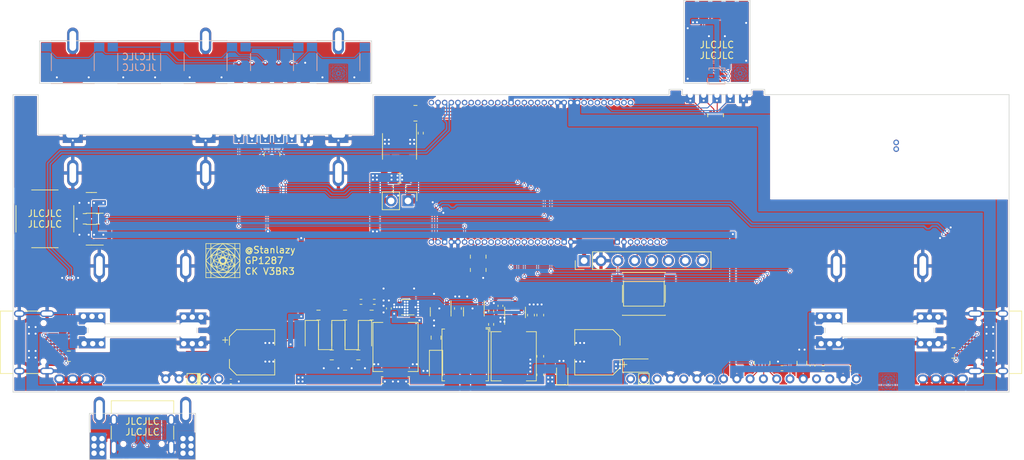
<source format=kicad_pcb>
(kicad_pcb (version 20211014) (generator pcbnew)
  (layers (0 "F.Cu" mixed) (31 "B.Cu" mixed) (34 "B.Paste" user) (35 "F.Paste" user) (36 "B.SilkS" user "B.Silkscreen") (37 "F.SilkS" user "F.Silkscreen") (38 "B.Mask" user) (39 "F.Mask" user) (44 "Edge.Cuts" user))
  (net 0 "")
  (net 1 "SYS_nRST")
  (net 2 "JTAG_JTDI")
  (net 3 "JTAG_JTDO")
  (net 4 "JTAG_JTCK")
  (net 5 "JTAG_JTMS")
  (net 6 "SYS_SRST")
  (net 7 "GND")
  (net 11 "PON_KEY")
  (net 12 "USB_TTY-")
  (net 13 "USB_TTY+")
  (net 18 "+5V")
  (net 19 "+3.3VA")
  (net 21 "USB_AP+")
  (net 22 "USB_AP-")
  (net 25 "/BUZZ_P__")
  (net 26 "/BUZZ_N__")
  (net 27 "/MULTI_F2")
  (net 28 "/MULTI_F1")
  (net 29 "/MULTI_S1")
  (net 30 "/BOOST_SW")
  (net 31 "+3V3")
  (net 32 "/BUCK_SW")
  (net 33 "Net-(C11-Pad2)")
  (net 34 "/FIL_EK")
  (net 35 "+48V")
  (net 36 "/FIL_PWR")
  (net 37 "/VFD_VRO")
  (net 38 "/VHG_")
  (net 39 "OPT_VCC_")
  (net 40 "OPT_GND_")
  (net 41 "+36V")
  (net 42 "VFD_F1")
  (net 48 "VFD_INT_")
  (net 49 "VFD_SCK_")
  (net 50 "VFD_nCS_")
  (net 51 "VFD_SDI_")
  (net 52 "VFD_nRST")
  (net 55 "VFD_F2")
  (net 56 "/BUT_GND")
  (net 57 "/GND_B")
  (net 58 "/5V_B")
  (net 59 "OPT_SCL")
  (net 60 "OPT_SDA")
  (net 61 "OPT_INT")
  (net 62 "OPT_SCL_")
  (net 63 "OPT_SDA_")
  (net 64 "OPT_INT_")
  (net 65 "BUT1")
  (net 66 "BUT2")
  (net 67 "BUT3")
  (net 68 "BUT4")
  (net 69 "/PON_KEY_")
  (net 70 "/BUT1_")
  (net 71 "/BUT2_")
  (net 72 "/BUT3_")
  (net 73 "/BUT4_")
  (net 74 "/AP_CC1")
  (net 76 "/AP_CC2")
  (net 78 "/B_CC2")
  (net 79 "/B_CC1")
  (net 86 "/TTY_CC1")
  (net 88 "/TTY_CC2")
  (net 90 "/LS_P")
  (net 91 "/LS_N")
  (net 92 "DCAC_T2_")
  (net 93 "/DCAC_T1__")
  (net 94 "DCAC_T1_")
  (net 95 "/DCAC_T2__")
  (net 96 "BUZZ_P_")
  (net 97 "BUZZ_N_")
  (net 98 "/BOOST_FB")
  (net 99 "/BUCK_FB")
  (net 100 "DCAC_T2")
  (net 101 "DCAC_T1")
  (net 102 "VF_EN")
  (net 103 "VH_EN")
  (net 104 "VH_EN_")
  (net 105 "VF_EN_")
  (net 106 "VFD_INT")
  (net 107 "VFD_nCS")
  (net 108 "VFD_SDI")
  (net 109 "VFD_SCK")
  (net 110 "BUZZ_P")
  (net 111 "BUZZ_N")
  (net 112 "AD_SDATA")
  (net 113 "AD_BCLK")
  (net 114 "AD_FCLK")
  (net 115 "AD_CTRL")
  (net 116 "AD_CTRL_")
  (net 117 "AD_FCLK_")
  (net 118 "AD_BCLK_")
  (net 119 "AD_SDATA_")
  (net 120 "/LS_N_")
  (net 121 "/LS_P_")
  (footprint "Connector_Edge_futababase:opt_mb" (layer "F.Cu") (at 102 0.103)
    (fp_text reference "J1" hide)
    (fp_text value "Conn_01x05" hide)
  )
  (footprint "Diode_SMD:D_SOD-123F" (layer "F.Cu") (at 47 36.2 90)
    (fp_text reference "D2" hide)
    (fp_text value "50V" hide)
  )
  (footprint "Stanlazys:R_0201_0603Metric" (layer "F.Cu") (at 40.3 15.5 90)
    (fp_text reference "D10" hide)
    (fp_text value "D_TVS" hide)
  )
  (footprint "Capacitor_SMD:C_0805_2012Metric" (layer "F.Cu") (at 48 39.2)
    (fp_text reference "C2" hide)
    (fp_text value "2u2F/50V" hide)
  )
  (footprint "Resistor_SMD:R_Array_Convex_2x0402" (layer "F.Cu") (at 12.8 18.7 180)
    (fp_text reference "RN4" hide)
    (fp_text value "22Ω" hide)
  )
  (footprint "Capacitor_SMD:CP_Elec_6.3x5.7" (layer "F.Cu") (at 36 38.8)
    (fp_text reference "C13" hide)
    (fp_text value "4.7uF/250V" hide)
  )
  (footprint "Resistor_SMD:R_0402_1005Metric" (layer "F.Cu") (at 72 34.6 -90)
    (fp_text reference "R6" hide)
    (fp_text value "15KΩ" hide)
  )
  (footprint "Diode_SMD:D_SOD-123F" (layer "F.Cu") (at 49 36.2 -90)
    (fp_text reference "D3" hide)
    (fp_text value "50V" hide)
  )
  (footprint "Stanlazys:MountingHole_PinHeader_2.54_3D" (layer "F.Cu") (at 26 47.5)
    (fp_text reference "H8" hide)
    (fp_text value "MountingHole_Pad" hide)
  )
  (footprint "Inductor_SMD:L_0402_1005Metric" (layer "F.Cu") (at 60.6 12.6 -90)
    (fp_text reference "FB2" hide)
    (fp_text value "1KΩ" hide)
  )
  (footprint "Button_Switch_SMD:SW_Push_1P1T_NO_6x6mm_H9.5mm" (layer "F.Cu") (at 95 30)
    (fp_text reference "SW6" hide)
    (fp_text value "SW_Push" hide)
  )
  (footprint "Stanlazys:R_0201_0603Metric" (layer "F.Cu") (at 36.9 15.5 90)
    (fp_text reference "D8" hide)
    (fp_text value "D_TVS" hide)
  )
  (footprint "Resistor_SMD:R_Array_Convex_4x0402" (layer "F.Cu") (at 70.05 24.4 -90)
    (fp_text reference "RN1" hide)
    (fp_text value "22Ω" hide)
  )
  (footprint "Stanlazys:USB_C_Receptacle_HRO_TYPE-C-31-M-12" (layer "F.Cu") (at 19.5 50 180)
    (fp_text reference "J9" hide)
    (fp_text value "USB_B_PWR" hide)
  )
  (footprint "Capacitor_SMD:CP_Elec_6.3x5.7" (layer "F.Cu") (at 88 38.8 180)
    (fp_text reference "C21" hide)
    (fp_text value "4.7uF/250V" hide)
  )
  (footprint "Package_TO_SOT_SMD:SOT-23-6" (layer "F.Cu") (at 75.6 32.8 90)
    (fp_text reference "U2" hide)
    (fp_text value "TPS54200" hide)
  )
  (footprint "Stanlazys:MountingHole_PinHeader_2.54_3D" (layer "F.Cu") (at 9 11.8)
    (fp_text reference "H2" hide)
    (fp_text value "MountingHole_Pad" hide)
  )
  (footprint "Resistor_SMD:R_Array_Convex_4x0402" (layer "F.Cu") (at 60.6 2.8 180)
    (fp_text reference "RN7" hide)
    (fp_text value "22Ω" hide)
  )
  (footprint "Stanlazys:R_0201_0603Metric" (layer "F.Cu") (at 41.1 15.5 90)
    (fp_text reference "D11" hide)
    (fp_text value "D_TVS" hide)
  )
  (footprint "Stanlazys:MountingHole_PinHeader_2.54_3D" (layer "F.Cu") (at 49 11.8)
    (fp_text reference "H5" hide)
    (fp_text value "MountingHole_Pad" hide)
  )
  (footprint "Capacitor_SMD:C_0402_1005Metric" (layer "F.Cu") (at 73.4 31.8 90)
    (fp_text reference "C11" hide)
    (fp_text value "100nF" hide)
  )
  (footprint "Capacitor_SMD:C_0805_2012Metric" (layer "F.Cu") (at 118.8 40.4 90)
    (fp_text reference "C20" hide)
    (fp_text value "47uF" hide)
  )
  (footprint "Package_TO_SOT_SMD:SOT-23-6" (layer "F.Cu") (at 11.8 21.1 180)
    (fp_text reference "Q3" hide)
    (fp_text value "Q_CMOS" hide)
  )
  (footprint "Capacitor_SMD:C_0402_1005Metric" (layer "F.Cu") (at 59.2 14.2 180)
    (fp_text reference "C26" hide)
    (fp_text value "1nF" hide)
  )
  (footprint "Stanlazys:Stanlazys_ZYNQ_SoM_V0R2" (layer "F.Cu") (at 150 23.2 180)
    (fp_text reference "A1" hide)
    (fp_text value "Stanlazys_ZYNQ_SoM_V0R2" hide)
  )
  (footprint "Package_SO:HSOP-8-1EP_3.9x4.9mm_P1.27mm_EP2.3x2.3mm" (layer "F.Cu") (at 58.2 7.8 -90)
    (fp_text reference "U4" hide)
    (fp_text value "NS4168" hide)
  )
  (footprint "Resistor_SMD:R_0402_1005Metric" (layer "F.Cu") (at 52.4 31.2)
    (fp_text reference "R3" hide)
    (fp_text value "120KΩ" hide)
  )
  (footprint "Diode_SMD:D_SOD-323" (layer "F.Cu") (at 82.7 42.2 90)
    (fp_text reference "D12" hide)
    (fp_text value "D_TVS" hide)
  )
  (footprint "Inductor_SMD:L_0402_1005Metric" (layer "F.Cu") (at 55.8 12.6 -90)
    (fp_text reference "FB1" hide)
    (fp_text value "1KΩ" hide)
  )
  (footprint "Capacitor_SMD:C_0603_1608Metric" (layer "F.Cu") (at 67 32.2 90)
    (fp_text reference "C18" hide)
    (fp_text value "10uF/6.3V" hide)
  )
  (footprint "Capacitor_SMD:C_0402_1005Metric" (layer "F.Cu") (at 32.8 43.2)
    (fp_text reference "C10" hide)
    (fp_text value "100nF" hide)
  )
  (footprint "Resistor_SMD:R_Array_Convex_4x0402" (layer "F.Cu") (at 39 9 90)
    (fp_text reference "RN8" hide)
    (fp_text value "47KΩ" hide)
  )
  (footprint "Capacitor_SMD:C_0603_1608Metric" (layer "F.Cu") (at 79.4 39.4 -90)
    (fp_text reference "C17" hide)
    (fp_text value "10uF/6.3V" hide)
  )
  (footprint "Diode_SMD:D_SOD-123F" (layer "F.Cu") (at 51 36.2 90)
    (fp_text reference "D4" hide)
    (fp_text value "50V" hide)
  )
  (footprint "Capacitor_SMD:C_0603_1608Metric" (layer "F.Cu") (at 59.6 43)
    (fp_text reference "C7" hide)
    (fp_text value "10uF/6.3V" hide)
  )
  (footprint "Resistor_SMD:R_Array_Convex_2x0402" (layer "F.Cu") (at 10.8 18.7 180)
    (fp_text reference "RN5" hide)
    (fp_text value "47KΩ" hide)
  )
  (footprint "Inductor_SMD:L_Abracon_ASPI-0630LR" (layer "F.Cu") (at 57.6 38 90)
    (fp_text reference "L1" hide)
    (fp_text value "10uH" hide)
  )
  (footprint "Resistor_SMD:R_0402_1005Metric" (layer "F.Cu") (at 54.4 31.2)
    (fp_text reference "R2" hide)
    (fp_text value "680Ω" hide)
  )
  (footprint "Package_TO_SOT_SMD:SOT-23" (layer "F.Cu") (at 64.4 32.7 -90)
    (fp_text reference "Q2" hide)
    (fp_text value "NMOS" hide)
  )
  (footprint "Capacitor_SMD:C_0805_2012Metric" (layer "F.Cu") (at 58.2 12.6)
    (fp_text reference "C25" hide)
    (fp_text value "47uF/6.3V" hide)
  )
  (footprint "Connector_PinHeader_2.54mm:PinHeader_1x02_P2.54mm_Vertical" (layer "F.Cu") (at 59.475 16 -90)
    (fp_text reference "LS1" hide)
    (fp_text value "Speaker" hide)
  )
  (footprint "Capacitor_SMD:C_0805_2012Metric" (layer "F.Cu") (at 46 33.2)
    (fp_text reference "C1" hide)
    (fp_text value "2u2F/50V" hide)
  )
  (footprint "Package_TO_SOT_SMD:SOT-353_SC-70-5" (layer "F.Cu") (at 59.2 32 180)
    (fp_text reference "U1" hide)
    (fp_text value "TPS61169" hide)
  )
  (footprint "Capacitor_SMD:C_0603_1608Metric" (layer "F.Cu") (at 78 33.2 90)
    (fp_text reference "C15" hide)
    (fp_text value "10uF/6.3V" hide)
  )
  (footprint "Resistor_SMD:R_0402_1005Metric" (layer "F.Cu") (at 115.8 41.2 180)
    (fp_text reference "R1" hide)
    (fp_text value "47KΩ" hide)
  )
  (footprint "Capacitor_SMD:C_0805_2012Metric" (layer "F.Cu") (at 54 33.2)
    (fp_text reference "C5" hide)
    (fp_text value "1uF/50V" hide)
  )
  (footprint "Stanlazys:R_0201_0603Metric" (layer "F.Cu") (at 37.7 15.5 90)
    (fp_text reference "D9" hide)
    (fp_text value "D_TVS" hide)
  )
  (footprint "Capacitor_SMD:C_0603_1608Metric" (layer "F.Cu") (at 55.6 43 180)
    (fp_text reference "C8" hide)
    (fp_text value "10uF/6.3V" hide)
  )
  (footprint "Capacitor_SMD:C_0805_2012Metric" (layer "F.Cu") (at 63.7 36.6 -90)
    (fp_text reference "C12" hide)
    (fp_text value "22uF/25V" hide)
  )
  (footprint "Stanlazys:MountingHole_PinHeader_2.54_3D" (layer "F.Cu") (at 29 -8.1)
    (fp_text reference "H4" hide)
    (fp_text value "MountingHole_Pad" hide)
  )
  (footprint "Resistor_SMD:R_Array_Convex_4x0402" (layer "F.Cu") (at 105.8 3.1 90)
    (fp_text reference "RN6" hide)
    (fp_text value "4K7Ω" hide)
  )
  (footprint "Resistor_SMD:R_0402_1005Metric" (layer "F.Cu") (at 61.4 5.8 -90)
    (fp_text reference "R7" hide)
    (fp_text value "47KΩ" hide)
  )
  (footprint "Stanlazys:MountingHole_PinHeader_2.54_3D" (layer "F.Cu") (at 13 47.5)
    (fp_text reference "H9" hide)
    (fp_text value "MountingHole_Pad" hide)
  )
  (footprint "Stanlazys:MountingHole_PinHeader_2.54_3D" (layer "F.Cu") (at 49 -8.1)
    (fp_text reference "H6" hide)
    (fp_text value "MountingHole_Pad" hide)
  )
  (footprint "Resistor_SMD:R_Array_Convex_4x0402" (layer "F.Cu") (at 70.05 26.4 -90)
    (fp_text reference "RN2" hide)
    (fp_text value "47KΩ" hide)
  )
  (footprint "Stanlazys:MountingHole_PinHeader_2.54_3D" (layer "F.Cu") (at 124 24.8)
    (fp_text reference "H11" hide)
    (fp_text value "MountingHole_Pad" hide)
  )
  (footprint "Stanlazys:USB_C_Receptacle_HRO_TYPE-C-31-M-12" (layer "F.Cu") (at 148 37.3 90)
    (fp_text reference "J10" hide)
    (fp_text value "USB_R_TTY" hide)
  )
  (footprint "Buzzer_Beeper:PUIAudio_SMT_0825_S_4_R" (layer "F.Cu") (at 4.8 18.7 180)
    (fp_text reference "BZ1" hide)
    (fp_text value "Buzzer" hide)
  )
  (footprint "Capacitor_SMD:C_0402_1005Metric" (layer "F.Cu") (at 126.1 41.2)
    (fp_text reference "C9" hide)
    (fp_text value "100nF" hide)
  )
  (footprint "Inductor_SMD:L_Abracon_ASPI-0630LR" (layer "F.Cu") (at 75.4 39.4 -90)
    (fp_text reference "L2" hide)
    (fp_text value "10uH" hide)
  )
  (footprint "Stanlazys:MountingHole_PinHeader_2.54_3D" (layer "F.Cu") (at 29 11.8)
    (fp_text reference "H3" hide)
    (fp_text value "MountingHole_Pad" hide)
  )
  (footprint "Capacitor_SMD:C_0402_1005Metric" (layer "F.Cu") (at 57.2 14.2 180)
    (fp_text reference "C24" hide)
    (fp_text value "1nF" hide)
  )
  (footprint "Resistor_SMD:R_Array_Convex_2x0402" (layer "F.Cu") (at 141.6 38.9 180)
    (fp_text reference "RN11" hide)
    (fp_text value "5K1Ω" hide)
  )
  (footprint "Capacitor_SMD:C_0805_2012Metric" (layer "F.Cu") (at 52 39.2)
    (fp_text reference "C4" hide)
    (fp_text value "2u2F/50V" hide)
  )
  (footprint "Resistor_SMD:R_Array_Convex_2x0402" (layer "F.Cu") (at 8.4 39.4)
    (fp_text reference "RN9" hide)
    (fp_text value "5K1Ω" hide)
  )
  (footprint "Diode_SMD:D_SOD-123F" (layer "F.Cu") (at 94 40.8)
    (fp_text reference "D7" hide)
    (fp_text value "8V" hide)
  )
  (footprint "Diode_SMD:D_SOD-123F" (layer "F.Cu") (at 45 36.2 -90)
    (fp_text reference "D1" hide)
    (fp_text value "50V" hide)
  )
  (footprint "Connector_Edge_futababase:usb_mb" (layer "F.Cu") (at 19.5 35.5)
    (fp_text reference "J7" hide)
    (fp_text value "Conn_01x02" hide)
  )
  (footprint "Resistor_SMD:R_0402_1005Metric" (layer "F.Cu") (at 122 41.2 180)
    (fp_text reference "R4" hide)
    (fp_text value "120KΩ" hide)
  )
  (footprint "Connector_Edge_futababase:but_ph" (layer "F.Cu") (at 34 -3.3)
    (fp_text reference "J4" hide)
    (fp_text value "Conn_01x06" hide)
  )
  (footprint "Resistor_SMD:R_0402_1005Metric" (layer "F.Cu") (at 72 32.6 -90)
    (fp_text reference "R5" hide)
    (fp_text value "750Ω" hide)
  )
  (footprint "Stanlazys:MountingHole_PinHeader_2.54_3D" (layer "F.Cu") (at 9 -8.1)
    (fp_text reference "H1" hide)
    (fp_text value "MountingHole_Pad" hide)
  )
  (footprint "Stanlazys:USB_C_Receptacle_HRO_TYPE-C-31-M-12" (layer "F.Cu") (at 2 37.3 -90)
    (fp_text reference "J6" hide)
    (fp_text value "USB_L_AP" hide)
  )
  (footprint "Connector_Edge_futababase:but_mb" (layer "F.Cu") (at 34 6.103)
    (fp_text reference "J3" hide)
    (fp_text value "Conn_01x06" hide)
  )
  (footprint "Button_Switch_SMD:SW_SPST_CK_RS282G05A3" (layer "F.Cu") (at 95 30)
    (fp_text reference "SW7" hide)
    (fp_text value "SW_Push" hide)
  )
  (footprint "Capacitor_SMD:C_0603_1608Metric" (layer "F.Cu") (at 79.4 33.2 90)
    (fp_text reference "C14" hide)
    (fp_text value "10uF/6.3V" hide)
  )
  (footprint "Connector_PinHeader_2.54mm:PinHeader_1x08_P2.54mm_Vertical" (layer "F.Cu") (at 86 25 90)
    (fp_text reference "J5" hide)
    (fp_text value "Conn_01x08" hide)
  )
  (footprint "Stanlazys:MountingHole_PinHeader_2.54_3D" (layer "F.Cu") (at 13 24.8)
    (fp_text reference "H7" hide)
    (fp_text value "MountingHole_Pad" hide)
  )
  (footprint "Stanlazys:MountingHole_PinHeader_2.54_3D" (layer "F.Cu") (at 26 24.8)
    (fp_text reference "H10" hide)
    (fp_text value "MountingHole_Pad" hide)
  )
  (footprint "Capacitor_SMD:C_0402_1005Metric" (layer "F.Cu") (at 120.4 40.8 90)
    (fp_text reference "C19" hide)
    (fp_text value "100nF" hide)
  )
  (footprint "Resistor_SMD:R_Array_Convex_4x0402" (layer "F.Cu") (at 112.8 40.4 -90)
    (fp_text reference "RN3" hide)
    (fp_text value "22Ω" hide)
  )
  (footprint "Stanlazys:VPT85xx" (layer "F.Cu") (at 68.1 39.2)
    (fp_text reference "T1" hide)
    (fp_text value "VPT85BA-01A" hide)
  )
  (footprint "Connector_Edge_futababase:opt_ph" (layer "F.Cu") (at 102 -12.7)
    (fp_text reference "J2" hide)
    (fp_text value "Conn_01x05" hide)
  )
  (footprint "Diode_SMD:D_SOD-123F" (layer "F.Cu") (at 53 36.2 -90)
    (fp_text reference "D5" hide)
    (fp_text value "50V" hide)
  )
  (footprint "Capacitor_SMD:C_0402_1005Metric" (layer "F.Cu") (at 56.6 32.2 90)
    (fp_text reference "C6" hide)
    (fp_text value "100nF" hide)
  )
  (footprint "Diode_SMD:D_SOD-123F" (layer "F.Cu") (at 63.7 40.7 -90)
    (fp_text reference "D6" hide)
    (fp_text value "10V" hide)
  )
  (footprint "Stanlazys:MountingHole_PinHeader_2.54_3D" (layer "F.Cu") (at 137 24.8)
    (fp_text reference "H12" hide)
    (fp_text value "MountingHole_Pad" hide)
  )
  (footprint "Package_TO_SOT_SMD:SOT-23" (layer "F.Cu") (at 69.4 32.7 -90)
    (fp_text reference "Q1" hide)
    (fp_text value "NMOS" hide)
  )
  (footprint "Package_TO_SOT_SMD:SOT-23-6" (layer "F.Cu") (at 11.8 16.3 180)
    (fp_text reference "Q4" hide)
    (fp_text value "Q_CMOS" hide)
  )
  (footprint "Capacitor_SMD:C_0603_1608Metric" (layer "F.Cu") (at 79.4 42.2 90)
    (fp_text reference "C16" hide)
    (fp_text value "10uF/6.3V" hide)
  )
  (footprint "Connector_Edge_futababase:usb_mb" (layer "F.Cu") (at 130.5 35.5)
    (fp_text reference "J11" hide)
    (fp_text value "Conn_01x02" hide)
  )
  (footprint "Stanlazys:stanlazy_5.1mm_silk" (layer "F.Cu") (at 31.6 25)
    (fp_text reference "REF**" hide)
    (fp_text value "stanlazy_5.1mm_mask" hide)
  )
  (footprint "Capacitor_SMD:C_0805_2012Metric" (layer "F.Cu") (at 50 33.2)
    (fp_text reference "C3" hide)
    (fp_text value "2u2F/50V" hide)
  )
  (footprint "Stanlazys:stanlazy_2.5mm_copper" (layer "B.Cu") (at 21.6 50.5 180)
    (fp_text reference "REF**" hide)
    (fp_text value "stanlazy_2.5mm_copper" hide)
  )
  (footprint "Stanlazys:stanlazy_2.5mm_copper" (layer "B.Cu") (at 131.8 43.3 180)
    (fp_text reference "REF**" hide)
    (fp_text value "stanlazy_2.5mm_copper" hide)
  )
  (footprint "Connector_Edge_futababase:usb_ph" (layer "B.Cu") (at 19.5 52.9)
    (fp_text reference "J8" hide)
    (fp_text value "Conn_01x02" hide)
  )
  (footprint "Button_Switch_SMD:SW_Push_1P1T_NO_6x6mm_H9.5mm" (layer "B.Cu") (at 49 -4.9 180)
    (fp_text reference "SW5" hide)
    (fp_text value "SW_Push" hide)
  )
  (footprint "Button_Switch_SMD:SW_Push_1P1T_NO_6x6mm_H9.5mm" (layer "B.Cu") (at 29 -4.9 180)
    (fp_text reference "SW3" hide)
    (fp_text value "SW_Push" hide)
  )
  (footprint "Capacitor_SMD:C_0402_1005Metric" (layer "B.Cu") (at 105.5 -5.4 180)
    (fp_text reference "C22" hide)
    (fp_text value "4u7F" hide)
  )
  (footprint "Stanlazys:LTR-308ALS" (layer "B.Cu") (at 106 -2.8 90)
    (fp_text reference "U3" hide)
    (fp_text value "LTR-308ALS" hide)
  )
  (footprint "Button_Switch_SMD:SW_Push_1P1T_NO_6x6mm_H9.5mm" (layer "B.Cu") (at 9 -4.9 180)
    (fp_text reference "SW1" hide)
    (fp_text value "SW_Push" hide)
  )
  (footprint "Stanlazys:stanlazy_2.5mm_copper" (layer "B.Cu") (at 49 -3.2 180)
    (fp_text reference "REF**" hide)
    (fp_text value "stanlazy_2.5mm_copper" hide)
  )
  (footprint "Resistor_SMD:R_Array_Convex_2x0402" (layer "B.Cu") (at 19.2 51.2 -90)
    (fp_text reference "RN10" hide)
    (fp_text value "5K1Ω" hide)
  )
  (footprint "Button_Switch_SMD:SW_Push_1P1T_NO_6x6mm_H9.5mm" (layer "B.Cu") (at 19 -4.9 180)
    (fp_text reference "SW2" hide)
    (fp_text value "SW_Push" hide)
  )
  (footprint "Button_Switch_SMD:SW_Push_1P1T_NO_6x6mm_H9.5mm" (layer "B.Cu") (at 39 -4.9 180)
    (fp_text reference "SW4" hide)
    (fp_text value "SW_Push" hide)
  )
  (footprint "Stanlazys:stanlazy_2.5mm_copper" (layer "B.Cu") (at 109.5 -3.2 180)
    (fp_text reference "REF**" hide)
    (fp_text value "stanlazy_2.5mm_copper" hide)
  )
  (footprint "Capacitor_SMD:C_0402_1005Metric" (layer "B.Cu") (at 105.5 -4.4 180)
    (fp_text reference "C23" hide)
    (fp_text value "100nF" hide)
  )
  (footprint "Stanlazys:Futaba_GP1287" (layer "B.Cu") (at 75 20)
    (fp_text reference "DS1" hide)
    (fp_text value "GP1287" hide)
  )
  (gr_line (start 11.3 34.5) (end 27.7 34.5) (layer "Edge.Cuts") (width 0.1))
  (gr_line (start 113.2 0) (end 150 0) (layer "Edge.Cuts") (width 0.1))
  (gr_rect (start 11.5 48) (end 27.5 55) (layer "Edge.Cuts") (width 0.1) (fill none))
  (gr_line (start 11.3 36.5) (end 11.3 34.5) (layer "Edge.Cuts") (width 0.1))
  (gr_line (start 0 0) (end 3.8 0) (layer "Edge.Cuts") (width 0.1))
  (gr_line (start 111.2 0) (end 111.2 -0.8) (layer "Edge.Cuts") (width 0.1))
  (gr_line (start 98.8 -0.8) (end 98.8 0) (layer "Edge.Cuts") (width 0.1))
  (gr_line (start 100.8 -0.8) (end 98.8 -0.8) (layer "Edge.Cuts") (width 0.1))
  (gr_line (start 138.7 34.5) (end 138.7 36.5) (layer "Edge.Cuts") (width 0.1))
  (gr_line (start 27.7 36.5) (end 11.3 36.5) (layer "Edge.Cuts") (width 0.1))
  (gr_line (start 3.8 0) (end 3.8 6) (layer "Edge.Cuts") (width 0.1))
  (gr_line (start 4 -1.7) (end 4 -8.1) (layer "Edge.Cuts") (width 0.1))
  (gr_line (start 111.2 -0.8) (end 113.2 -0.8) (layer "Edge.Cuts") (width 0.1))
  (gr_line (start 54.2 6) (end 54.2 0) (layer "Edge.Cuts") (width 0.1))
  (gr_line (start 54 -1.7) (end 4 -1.7) (layer "Edge.Cuts") (width 0.1))
  (gr_line (start 138.7 36.5) (end 122.3 36.5) (layer "Edge.Cuts") (width 0.1))
  (gr_line (start 3.8 6) (end 54.2 6) (layer "Edge.Cuts") (width 0.1))
  (gr_rect (start 101 -1.7) (end 111 -14.2) (layer "Edge.Cuts") (width 0.1) (fill none))
  (gr_line (start 4 -8.1) (end 54 -8.1) (layer "Edge.Cuts") (width 0.1))
  (gr_line (start 27.7 34.5) (end 27.7 36.5) (layer "Edge.Cuts") (width 0.1))
  (gr_line (start 100.8 0) (end 111.2 0) (layer "Edge.Cuts") (width 0.1))
  (gr_line (start 100.8 0) (end 100.8 -0.8) (layer "Edge.Cuts") (width 0.1))
  (gr_line (start 122.3 34.5) (end 138.7 34.5) (layer "Edge.Cuts") (width 0.1))
  (gr_line (start 54 -8.1) (end 54 -1.7) (layer "Edge.Cuts") (width 0.1))
  (gr_line (start 122.3 36.5) (end 122.3 34.5) (layer "Edge.Cuts") (width 0.1))
  (gr_line (start 113.2 -0.8) (end 113.2 0) (layer "Edge.Cuts") (width 0.1))
  (gr_line (start 150 0) (end 150 44.8) (layer "Edge.Cuts") (width 0.1))
  (gr_line (start 150 44.8) (end 0 44.8) (layer "Edge.Cuts") (width 0.1))
  (gr_line (start 0 44.8) (end 0 0) (layer "Edge.Cuts") (width 0.1))
  (gr_line (start 54.2 0) (end 98.8 0) (layer "Edge.Cuts") (width 0.1))
  (gr_text "JLCJLC\nJLCJLC" (at 19 -4.9) (layer "B.SilkS") (effects (font (size 1 1)) (justify mirror)))
  (gr_text "@Stanlazy\nGP1287\nCK V3BR3" (at 34.8 25) (layer "F.SilkS") (effects (font (size 1 1)) (justify left)))
  (gr_text "JLCJLC\nJLCJLC" (at 19.5 50) (layer "F.SilkS") (effects (font (size 1 1))))
  (gr_text "JLCJLC\nJLCJLC" (at 4.8 18.7) (layer "F.SilkS") (effects (font (size 1 1))))
  (gr_text "JLCJLC\nJLCJLC" (at 106 -6.7) (layer "F.SilkS") (effects (font (size 1 1))))
  (segment (start 98 22.2) (end 100.897157 22.2) (width 0.15) (layer "F.Cu") (net 1))
  (segment (start 101.038579 22.258579) (end 103.78 25) (width 0.15) (layer "F.Cu") (net 1))
  (arc (start 100.897157 22.2) (mid 100.973694 22.215224) (end 101.038579 22.258579) (width 0.15) (layer "F.Cu") (net 1))
  (segment (start 97 22.2) (end 98.141422 23.341422) (width 0.15) (layer "F.Cu") (net 2))
  (segment (start 98.282843 23.4) (end 99.557157 23.4) (width 0.15) (layer "F.Cu") (net 2))
  (segment (start 99.698579 23.458579) (end 101.24 25) (width 0.15) (layer "F.Cu") (net 2))
  (arc (start 99.698579 23.458579) (mid 99.633694 23.415224) (end 99.557157 23.4) (width 0.15) (layer "F.Cu") (net 2))
  (arc (start 98.141422 23.341422) (mid 98.206307 23.384776) (end 98.282843 23.4) (width 0.15) (layer "F.Cu") (net 2))
  (segment (start 96 22.2) (end 98.7 24.9) (width 0.15) (layer "F.Cu") (net 3))
  (segment (start 95 22.2) (end 95 23.757157) (width 0.15) (layer "F.Cu") (net 4))
  (segment (start 95.058579 23.898579) (end 96.16 25) (width 0.15) (layer "F.Cu") (net 4))
  (arc (start 95 23.757157) (mid 95.015224 23.833694) (end 95.058579 23.898579) (width 0.15) (layer "F.Cu") (net 4))
  (segment (start 94 22.2) (end 94 24.62) (width 0.15) (layer "F.Cu") (net 5))
  (segment (start 91.025 27.75) (end 91.025 29.842157) (width 0.15) (layer "F.Cu") (net 6))
  (segment (start 98.975 27.75) (end 91.025 27.75) (width 0.15) (layer "F.Cu") (net 6))
  (segment (start 93 22.997157) (end 93 22.2) (width 0.15) (layer "F.Cu") (net 6))
  (segment (start 91.08 25) (end 92.941422 23.138578) (width 0.15) (layer "F.Cu") (net 6))
  (segment (start 91.08 25) (end 91.08 27.695) (width 0.15) (layer "F.Cu") (net 6))
  (arc (start 93 22.997157) (mid 92.984776 23.073693) (end 92.941422 23.138578) (width 0.15) (layer "F.Cu") (net 6))
  (via (at 49 41.2) (size 0.5) (drill 0.3) (layers "F.Cu" "B.Cu") (net 7))
  (via (at 59.4 31.2) (size 0.5) (drill 0.3) (layers "F.Cu" "B.Cu") (net 7))
  (via (at 10 21.1) (size 0.5) (drill 0.3) (layers "F.Cu" "B.Cu") (net 7))
  (via (at 59 31.6) (size 0.5) (drill 0.3) (layers "F.Cu" "B.Cu") (net 7))
  (via (at 59.8 6.8) (size 0.5) (drill 0.3) (layers "F.Cu" "B.Cu") (net 7))
  (via (at 55.8 31) (size 0.5) (drill 0.3) (layers "F.Cu" "B.Cu") (net 7))
  (via (at 82.3 40.1) (size 0.5) (drill 0.3) (layers "F.Cu" "B.Cu") (net 7))
  (via (at 60.6 32) (size 0.5) (drill 0.3) (layers "F.Cu" "B.Cu") (net 7))
  (via (at 56 6.8) (size 0.5) (drill 0.3) (layers "F.Cu" "B.Cu") (net 7))
  (via (at 58.6 12.8) (size 0.5) (drill 0.3) (layers "F.Cu" "B.Cu") (net 7))
  (via (at 56.6 7.4) (size 0.5) (drill 0.3) (layers "F.Cu" "B.Cu") (net 7))
  (via (at 59 31.2) (size 0.5) (drill 0.3) (layers "F.Cu" "B.Cu") (net 7))
  (via (at 70.8 27.6) (size 0.5) (drill 0.3) (layers "F.Cu" "B.Cu") (net 7))
  (via (at 60.8 40.6) (size 0.5) (drill 0.3) (layers "F.Cu" "B.Cu") (net 7))
  (via (at 58.6 32) (size 0.5) (drill 0.3) (layers "F.Cu" "B.Cu") (net 7))
  (via (at 56 7.4) (size 0.5) (drill 0.3) (layers "F.Cu" "B.Cu") (net 7))
  (via (at 59.8 7.4) (size 0.5) (drill 0.3) (layers "F.Cu" "B.Cu") (net 7))
  (via (at 38 37.4) (size 0.5) (drill 0.3) (layers "F.Cu" "B.Cu") (net 7))
  (via (at 85.4 37.4) (size 0.5) (drill 0.3) (layers "F.Cu" "B.Cu") (net 7))
  (via (at 61 31.2) (size 0.5) (drill 0.3) (layers "F.Cu" "B.Cu") (net 7))
  (via (at 51 41.2) (size 0.5) (drill 0.3) (layers "F.Cu" "B.Cu") (net 7))
  (via (at 60.4 6.8) (size 0.5) (drill 0.3) (layers "F.Cu" "B.Cu") (net 7))
  (via (at 141.2 20) (size 0.5) (drill 0.3) (layers "F.Cu" "B.Cu") (net 7))
  (via (at 39.2 37.4) (size 0.5) (drill 0.3) (layers "F.Cu" "B.Cu") (net 7))
  (via (at 63.4 30) (size 0.5) (drill 0.3) (layers "F.Cu" "B.Cu") (net 7))
  (via (at 57.4 32) (size 0.5) (drill 0.3) (layers "F.Cu" "B.Cu") (net 7))
  (via (at 61 33.2) (size 0.5) (drill 0.3) (layers "F.Cu" "B.Cu") (net 7))
  (via (at 73.4 34.2) (size 0.5) (drill 0.3) (layers "F.Cu" "B.Cu") (net 7))
  (via (at 38 40.2) (size 0.5) (drill 0.3) (layers "F.Cu" "B.Cu") (net 7))
  (via (at 60.2 40.6) (size 0.5) (drill 0.3) (layers "F.Cu" "B.Cu") (net 7))
  (via (at 60.4 29.2) (size 0.5) (drill 0.3) (layers "F.Cu" "B.Cu") (net 7))
  (via (at 34 43.2) (size 0.5) (drill 0.3) (layers "F.Cu" "B.Cu") (net 7))
  (via (at 38.6 37.4) (size 0.5) (drill 0.3) (layers "F.Cu" "B.Cu") (net 7))
  (via (at 74 34.2) (size 0.5) (drill 0.3) (layers "F.Cu" "B.Cu") (net 7))
  (via (at 57.8 32) (size 0.5) (drill 0.3) (layers "F.Cu" "B.Cu") (net 7))
  (via (at 77.9 40.5) (size 0.5) (drill 0.3) (layers "F.Cu" "B.Cu") (net 7))
  (via (at 38.6 40.2) (size 0.5) (drill 0.3) (layers "F.Cu" "B.Cu") (net 7))
  (via (at 58 15.2) (size 0.5) (drill 0.3) (layers "F.Cu" "B.Cu") (net 7))
  (via (at 9.6 18.7) (size 0.5) (drill 0.3) (layers "F.Cu" "B.Cu") (net 7))
  (via (at 59.4 32.8) (size 0.5) (drill 0.3) (layers "F.Cu" "B.Cu") (net 7))
  (via (at 63.4 34.8) (size 0.5) (drill 0.3) (layers "F.Cu" "B.Cu") (net 7))
  (via (at 86 40.2) (size 0.5) (drill 0.3) (layers "F.Cu" "B.Cu") (net 7))
  (via (at 139.6 21.6) (size 0.5) (drill 0.3) (layers "F.Cu" "B.Cu") (net 7))
  (via (at 77.9 41.1) (size 0.5) (drill 0.3) (layers "F.Cu" "B.Cu") (net 7))
  (via (at 85.4 40.2) (size 0.5) (drill 0.3) (layers "F.Cu" "B.Cu") (net 7))
  (via (at 74 33.6) (size 0.5) (drill 0.3) (layers "F.Cu" "B.Cu") (net 7))
  (via (at 78.4 31.6) (size 0.5) (drill 0.3) (layers "F.Cu" "B.Cu") (net 7))
  (via (at 84.8 37.4) (size 0.5) (drill 0.3) (layers "F.Cu" "B.Cu") (net 7))
  (via (at 86 37.4) (size 0.5) (drill 0.3) (layers "F.Cu" "B.Cu") (net 7))
  (via (at 118.4 38.4) (size 0.5) (drill 0.3) (layers "F.Cu" "B.Cu") (net 7))
  (via (at 61 32.4) (size 0.5) (drill 0.3) (layers "F.Cu" "B.Cu") (net 7))
  (via (at 73.4 33.6) (size 0.5) (drill 0.3) (layers "F.Cu" "B.Cu") (net 7))
  (via (at 66.6 30.4) (size 0.5) (drill 0.3) (layers "F.Cu" "B.Cu") (net 7))
  (via (at 59 32.4) (size 0.5) (drill 0.3) (layers "F.Cu" "B.Cu") (net 7))
  (via (at 77.8 31.6) (size 0.5) (drill 0.3) (layers "F.Cu" "B.Cu") (net 7))
  (via (at 72.4 31.4) (size 0.5) (drill 0.3) (layers "F.Cu" "B.Cu") (net 7))
  (via (at 64.2 32.2) (size 0.5) (drill 0.3) (layers "F.Cu" "B.Cu") (net 7))
  (via (at 59 32) (size 0.5) (drill 0.3) (layers "F.Cu" "B.Cu") (net 7))
  (via (at 68.4 30.4) (size 0.5) (drill 0.3) (layers "F.Cu" "B.Cu") (net 7))
  (via (at 60.4 7.4) (size 0.5) (drill 0.3) (layers "F.Cu" "B.Cu") (net 7))
  (via (at 63.2 16.2) (size 0.5) (drill 0.3) (layers "F.Cu" "B.Cu") (net 7))
  (via (at 67.2 30.4) (size 0.5) (drill 0.3) (layers "F.Cu" "B.Cu") (net 7))
  (via (at 58.6 12.2) (size 0.5) (drill 0.3) (layers "F.Cu" "B.Cu") (net 7))
  (via (at 57.4 31.6) (size 0.5) (drill 0.3) (layers "F.Cu" "B.Cu") (net 7))
  (via (at 59.4 33.2) (size 0.5) (drill 0.3) (layers "F.Cu" "B.Cu") (net 7))
  (via (at 61.8 41.6) (size 0.5) (drill 0.3) (layers "F.Cu" "B.Cu") (net 7))
  (via (at 10 16.3) (size 0.5) (drill 0.3) (layers "F.Cu" "B.Cu") (net 7))
  (via (at 59.4 32) (size 0.5) (drill 0.3) (layers "F.Cu" "B.Cu") (net 7))
  (via (at 55.8 32.8) (size 0.5) (drill 0.3) (layers "F.Cu" "B.Cu") (net 7))
  (via (at 77.9 41.7) (size 0.5) (drill 0.3) (layers "F.Cu" "B.Cu") (net 7))
  (via (at 7.4 27.6) (size 0.5) (drill 0.3) (layers "F.Cu" "B.Cu") (net 7))
  (via (at 55.8 29.2) (size 0.5) (drill 0.3) (layers "F.Cu" "B.Cu") (net 7))
  (via (at 77.9 39.9) (size 0.5) (drill 0.3) (layers "F.Cu" "B.Cu") (net 7))
  (via (at 64.8 17.8) (size 0.5) (drill 0.3) (layers "F.Cu" "B.Cu") (net 7))
  (via (at 84.8 40.2) (size 0.5) (drill 0.3) (layers "F.Cu" "B.Cu") (net 7))
  (via (at 119.2 38.4) (size 0.5) (drill 0.3) (layers "F.Cu" "B.Cu") (net 7))
  (via (at 56.6 31) (size 0.5) (drill 0.3) (layers "F.Cu" "B.Cu") (net 7))
  (via (at 56.6 6.8) (size 0.5) (drill 0.3) (layers "F.Cu" "B.Cu") (net 7))
  (via (at 61 32.8) (size 0.5) (drill 0.3) (layers "F.Cu" "B.Cu") (net 7))
  (via (at 55.8 31.8) (size 0.5) (drill 0.3) (layers "F.Cu" "B.Cu") (net 7))
  (via (at 58.2 32) (size 0.5) (drill 0.3) (layers "F.Cu" "B.Cu") (net 7))
  (via (at 9.8 27.6) (size 0.5) (drill 0.3) (layers "F.Cu" "B.Cu") (net 7))
  (via (at 59.4 31.6) (size 0.5) (drill 0.3) (layers "F.Cu" "B.Cu") (net 7))
  (via (at 59.4 32.4) (size 0.5) (drill 0.3) (layers "F.Cu" "B.Cu") (net 7))
  (via (at 69.2 32.2) (size 0.5) (drill 0.3) (layers "F.Cu" "B.Cu") (net 7))
  (via (at 79.6 31.6) (size 0.5) (drill 0.3) (layers "F.Cu" "B.Cu") (net 7))
  (via (at 55 40.6) (size 0.5) (drill 0.3) (layers "F.Cu" "B.Cu") (net 7))
  (via (at 62.4 41.6) (size 0.5) (drill 0.3) (layers "F.Cu" "B.Cu") (net 7))
  (via (at 59 33.2) (size 0.5) (drill 0.3) (layers "F.Cu" "B.Cu") (net 7))
  (via (at 115.2 40.2) (size 0.5) (drill 0.3) (layers "F.Cu" "B.Cu") (net 7))
  (via (at 11.4 16.3) (size 0.5) (drill 0.3) (layers "F.Cu" "B.Cu") (net 7))
  (via (at 39.2 40.2) (size 0.5) (drill 0.3) (layers "F.Cu" "B.Cu") (net 7))
  (via (at 53 41.2) (size 0.5) (drill 0.3) (layers "F.Cu" "B.Cu") (net 7))
  (via (at 61 32) (size 0.5) (drill 0.3) (layers "F.Cu" "B.Cu") (net 7))
  (via (at 11.4 21.1) (size 0.5) (drill 0.3) (layers "F.Cu" "B.Cu") (net 7))
  (via (at 61 31.6) (size 0.5) (drill 0.3) (layers "F.Cu" "B.Cu") (net 7))
  (via (at 63.4 34) (size 0.5) (drill 0.3) (layers "F.Cu" "B.Cu") (net 7))
  (via (at 46.8 41.2) (size 0.5) (drill 0.3) (layers "F.Cu" "B.Cu") (net 7))
  (via (at 79 31.6) (size 0.5) (drill 0.3) (layers "F.Cu" "B.Cu") (net 7))
  (via (at 82.9 40.1) (size 0.5) (drill 0.3) (layers "F.Cu" "B.Cu") (net 7))
  (via (at 59 32.8) (size 0.5) (drill 0.3) (layers "F.Cu" "B.Cu") (net 7))
  (via (at 54.4 40.6) (size 0.5) (drill 0.3) (layers "F.Cu" "B.Cu") (net 7))
  (segment (start 34 19.8) (end 34 6.27452) (width 0.15) (layer "F.Cu") (net 11))
  (segment (start 68 19.8) (end 68 22.2) (width 0.15) (layer "F.Cu") (net 11))
  (via (at 68 19.8) (size 0.5) (drill 0.3) (layers "F.Cu" "B.Cu") (net 11))
  (via (at 34 19.8) (size 0.5) (drill 0.3) (layers "F.Cu" "B.Cu") (net 11))
  (segment (start 34 19.8) (end 68 19.8) (width 0.15) (layer "B.Cu") (net 11))
  (segment (start 141.405 36.197929) (end 141.405 22.163615) (width 0.25) (layer "F.Cu") (net 12))
  (segment (start 63.695 21.812157) (end 63.695 17.663615) (width 0.25) (layer "F.Cu") (net 12))
  (segment (start 63.753579 17.522193) (end 63.969706 17.306066) (width 0.25) (layer "F.Cu") (net 12))
  (segment (start 64 22.2) (end 63.753578 21.953578) (width 0.25) (layer "F.Cu") (net 12))
  (segment (start 143.133821 38.05) (end 143.955 38.05) (width 0.25) (layer "F.Cu") (net 12))
  (segment (start 140.288873 21.047488) (end 140.152512 21.047488) (width 0.25) (layer "F.Cu") (net 12))
  (segment (start 142.867499 37.05) (end 143.955 37.05) (width 0.25) (layer "F.Cu") (net 12))
  (segment (start 142.9 37.283821) (end 142.9 37.816179) (width 0.25) (layer "F.Cu") (net 12))
  (segment (start 142.992399 37.108579) (end 142.958578 37.1424) (width 0.25) (layer "F.Cu") (net 12))
  (segment (start 64.111127 17.247488) (end 64.247488 17.247488) (width 0.25) (layer "F.Cu") (net 12))
  (segment (start 141.346421 22.022193) (end 140.430294 21.106066) (width 0.25) (layer "F.Cu") (net 12))
  (segment (start 142.958579 37.957601) (end 142.9924 37.991422) (width 0.25) (layer "F.Cu") (net 12))
  (segment (start 142.060649 36.936421) (end 141.463578 36.33935) (width 0.25) (layer "F.Cu") (net 12))
  (segment (start 142.867499 37.05) (end 142.812499 36.995) (width 0.25) (layer "F.Cu") (net 12))
  (segment (start 142.812499 36.995) (end 142.202071 36.995) (width 0.25) (layer "F.Cu") (net 12))
  (via (at 140.152512 21.047488) (size 0.5) (drill 0.3) (layers "F.Cu" "B.Cu") (net 12))
  (via (at 64.247488 17.247488) (size 0.5) (drill 0.3) (layers "F.Cu" "B.Cu") (net 12))
  (arc (start 142.9 37.283821) (mid 142.915224 37.207285) (end 142.958578 37.1424) (width 0.25) (layer "F.Cu") (net 12))
  (arc (start 141.405 22.163615) (mid 141.389776 22.087078) (end 141.346421 22.022193) (width 0.25) (layer "F.Cu") (net 12))
  (arc (start 142.992399 37.108579) (mid 143.057284 37.065224) (end 143.133821 37.05) (width 0.25) (layer "F.Cu") (net 12))
  (arc (start 142.202071 36.995) (mid 142.125534 36.979776) (end 142.060649 36.936421) (width 0.25) (layer "F.Cu") (net 12))
  (arc (start 63.753579 17.522193) (mid 63.710224 17.587078) (end 63.695 17.663615) (width 0.25) (layer "F.Cu") (net 12))
  (arc (start 140.288873 21.047488) (mid 140.365409 21.062712) (end 140.430294 21.106066) (width 0.25) (layer "F.Cu") (net 12))
  (arc (start 142.9 37.816179) (mid 142.915224 37.892716) (end 142.958579 37.957601) (width 0.25) (layer "F.Cu") (net 12))
  (arc (start 63.753578 21.953578) (mid 63.710224 21.888693) (end 63.695 21.812157) (width 0.25) (layer "F.Cu") (net 12))
  (arc (start 141.405 36.197929) (mid 141.420224 36.274465) (end 141.463578 36.33935) (width 0.25) (layer "F.Cu") (net 12))
  (arc (start 142.9924 37.991422) (mid 143.057285 38.034776) (end 143.133821 38.05) (width 0.25) (layer "F.Cu") (net 12))
  (arc (start 63.969706 17.306066) (mid 64.034591 17.262712) (end 64.111127 17.247488) (width 0.25) (layer "F.Cu") (net 12))
  (segment (start 140.152512 21.047488) (end 140.152512 20.911127) (width 0.25) (layer "B.Cu") (net 12))
  (segment (start 64.247488 17.111127) (end 64.247488 17.247488) (width 0.25) (layer "B.Cu") (net 12))
  (segment (start 137.917157 20.2) (end 137.682843 20.2) (width 0.25) (layer "B.Cu") (net 12))
  (segment (start 140.093933 20.769705) (end 139.177806 19.853578) (width 0.25) (layer "B.Cu") (net 12))
  (segment (start 137.541421 20.141421) (end 137.253578 19.853578) (width 0.25) (layer "B.Cu") (net 12))
  (segment (start 64.622193 16.653579) (end 64.306066 16.969706) (width 0.25) (layer "B.Cu") (net 12))
  (segment (start 139.036385 19.795) (end 138.487843 19.795) (width 0.25) (layer "B.Cu") (net 12))
  (segment (start 66.307157 17) (end 66.082843 17) (width 0.25) (layer "B.Cu") (net 12))
  (segment (start 65.605 16.605) (end 65.605 16.595) (width 0.25) (layer "B.Cu") (net 12))
  (segment (start 137.112157 19.795) (end 111.202071 19.795) (width 0.25) (layer "B.Cu") (net 12))
  (segment (start 65.605 16.595) (end 64.763615 16.595) (width 0.25) (layer "B.Cu") (net 12))
  (segment (start 138.346421 19.853579) (end 138.058578 20.141422) (width 0.25) (layer "B.Cu") (net 12))
  (segment (start 107.836385 16.595) (end 66.877843 16.595) (width 0.25) (layer "B.Cu") (net 12))
  (segment (start 65.941421 16.941421) (end 65.605 16.605) (width 0.25) (layer "B.Cu") (net 12))
  (segment (start 66.736421 16.653579) (end 66.448578 16.941422) (width 0.25) (layer "B.Cu") (net 12))
  (segment (start 111.060649 19.736421) (end 107.977806 16.653578) (width 0.25) (layer "B.Cu") (net 12))
  (arc (start 64.247488 17.111127) (mid 64.262712 17.034591) (end 64.306066 16.969706) (width 0.25) (layer "B.Cu") (net 12))
  (arc (start 66.307157 17) (mid 66.383693 16.984776) (end 66.448578 16.941422) (width 0.25) (layer "B.Cu") (net 12))
  (arc (start 138.487843 19.795) (mid 138.411306 19.810224) (end 138.346421 19.853579) (width 0.25) (layer "B.Cu") (net 12))
  (arc (start 139.036385 19.795) (mid 139.112921 19.810224) (end 139.177806 19.853578) (width 0.25) (layer "B.Cu") (net 12))
  (arc (start 66.082843 17) (mid 66.006306 16.984776) (end 65.941421 16.941421) (width 0.25) (layer "B.Cu") (net 12))
  (arc (start 137.112157 19.795) (mid 137.188693 19.810224) (end 137.253578 19.853578) (width 0.25) (layer "B.Cu") (net 12))
  (arc (start 107.977806 16.653578) (mid 107.912921 16.610224) (end 107.836385 16.595) (width 0.25) (layer "B.Cu") (net 12))
  (arc (start 137.917157 20.2) (mid 137.993693 20.184776) (end 138.058578 20.141422) (width 0.25) (layer "B.Cu") (net 12))
  (arc (start 137.682843 20.2) (mid 137.606306 20.184776) (end 137.541421 20.141421) (width 0.25) (layer "B.Cu") (net 12))
  (arc (start 64.763615 16.595) (mid 64.687078 16.610224) (end 64.622193 16.653579) (width 0.25) (layer "B.Cu") (net 12))
  (arc (start 111.202071 19.795) (mid 111.125534 19.779776) (end 111.060649 19.736421) (width 0.25) (layer "B.Cu") (net 12))
  (arc (start 66.736421 16.653579) (mid 66.801306 16.610224) (end 66.877843 16.595) (width 0.25) (layer "B.Cu") (net 12))
  (arc (start 140.152512 20.911127) (mid 140.137288 20.83459) (end 140.093933 20.769705) (width 0.25) (layer "B.Cu") (net 12))
  (segment (start 143.955 36.55) (end 144.776179 36.55) (width 0.25) (layer "F.Cu") (net 13))
  (segment (start 145 36.773821) (end 145 37.317157) (width 0.25) (layer "F.Cu") (net 13))
  (segment (start 63.752512 16.888873) (end 63.752512 16.752512) (width 0.25) (layer "F.Cu") (net 13))
  (segment (start 144.767157 37.55) (end 143.955 37.55) (width 0.25) (layer "F.Cu") (net 13))
  (segment (start 63 22.2) (end 63.246422 21.953578) (width 0.25) (layer "F.Cu") (net 13))
  (segment (start 144.917601 36.608579) (end 144.941422 36.6324) (width 0.25) (layer "F.Cu") (net 13))
  (segment (start 63.363579 17.360649) (end 63.693934 17.030294) (width 0.25) (layer "F.Cu") (net 13))
  (segment (start 143.955 36.55) (end 142.867499 36.55) (width 0.25) (layer "F.Cu") (net 13))
  (segment (start 141.795 36.036385) (end 141.795 22.002071) (width 0.25) (layer "F.Cu") (net 13))
  (segment (start 142.812499 36.605) (end 142.363615 36.605) (width 0.25) (layer "F.Cu") (net 13))
  (segment (start 140.647488 20.688873) (end 140.647488 20.552512) (width 0.25) (layer "F.Cu") (net 13))
  (segment (start 144.941421 37.458579) (end 144.908578 37.491422) (width 0.25) (layer "F.Cu") (net 13))
  (segment (start 142.867499 36.55) (end 142.812499 36.605) (width 0.25) (layer "F.Cu") (net 13))
  (segment (start 142.222193 36.546421) (end 141.853578 36.177806) (width 0.25) (layer "F.Cu") (net 13))
  (segment (start 141.736421 21.860649) (end 140.706066 20.830294) (width 0.25) (layer "F.Cu") (net 13))
  (segment (start 63.305 21.812157) (end 63.305 17.502071) (width 0.25) (layer "F.Cu") (net 13))
  (via (at 63.752512 16.752512) (size 0.5) (drill 0.3) (layers "F.Cu" "B.Cu") (net 13))
  (via (at 140.647488 20.552512) (size 0.5) (drill 0.3) (layers "F.Cu" "B.Cu") (net 13))
  (arc (start 63.752512 16.888873) (mid 63.737288 16.965409) (end 63.693934 17.030294) (width 0.25) (layer "F.Cu") (net 13))
  (arc (start 140.706066 20.830294) (mid 140.662712 20.765409) (end 140.647488 20.688873) (width 0.25) (layer "F.Cu") (net 13))
  (arc (start 141.853578 36.177806) (mid 141.810224 36.112921) (end 141.795 36.036385) (width 0.25) (layer "F.Cu") (net 13))
  (arc (start 63.305 17.502071) (mid 63.320224 17.425534) (end 63.363579 17.360649) (width 0.25) (layer "F.Cu") (net 13))
  (arc (start 144.908578 37.491422) (mid 144.843693 37.534776) (end 144.767157 37.55) (width 0.25) (layer "F.Cu") (net 13))
  (arc (start 63.305 21.812157) (mid 63.289776 21.888693) (end 63.246422 21.953578) (width 0.25) (layer "F.Cu") (net 13))
  (arc (start 141.736421 21.860649) (mid 141.779776 21.925534) (end 141.795 22.002071) (width 0.25) (layer "F.Cu") (net 13))
  (arc (start 144.776179 36.55) (mid 144.852716 36.565224) (end 144.917601 36.608579) (width 0.25) (layer "F.Cu") (net 13))
  (arc (start 144.941422 36.6324) (mid 144.984776 36.697285) (end 145 36.773821) (width 0.25) (layer "F.Cu") (net 13))
  (arc (start 142.222193 36.546421) (mid 142.287078 36.589776) (end 142.363615 36.605) (width 0.25) (layer "F.Cu") (net 13))
  (arc (start 144.941421 37.458579) (mid 144.984776 37.393694) (end 145 37.317157) (width 0.25) (layer "F.Cu") (net 13))
  (segment (start 64.460649 16.263579) (end 64.030294 16.693934) (width 0.25) (layer "B.Cu") (net 13))
  (segment (start 107.997929 16.205) (end 64.602071 16.205) (width 0.25) (layer "B.Cu") (net 13))
  (segment (start 140.647488 20.552512) (end 140.511127 20.552512) (width 0.25) (layer "B.Cu") (net 13))
  (segment (start 140.369705 20.493933) (end 139.33935 19.463578) (width 0.25) (layer "B.Cu") (net 13))
  (segment (start 111.222193 19.346421) (end 108.13935 16.263578) (width 0.25) (layer "B.Cu") (net 13))
  (segment (start 139.197929 19.405) (end 111.363615 19.405) (width 0.25) (layer "B.Cu") (net 13))
  (segment (start 63.888873 16.752512) (end 63.752512 16.752512) (width 0.25) (layer "B.Cu") (net 13))
  (arc (start 64.460649 16.263579) (mid 64.525534 16.220224) (end 64.602071 16.205) (width 0.25) (layer "B.Cu") (net 13))
  (arc (start 140.369705 20.493933) (mid 140.43459 20.537288) (end 140.511127 20.552512) (width 0.25) (layer "B.Cu") (net 13))
  (arc (start 111.363615 19.405) (mid 111.287078 19.389776) (end 111.222193 19.346421) (width 0.25) (layer "B.Cu") (net 13))
  (arc (start 139.33935 19.463578) (mid 139.274465 19.420224) (end 139.197929 19.405) (width 0.25) (layer "B.Cu") (net 13))
  (arc (start 107.997929 16.205) (mid 108.074465 16.220224) (end 108.13935 16.263578) (width 0.25) (layer "B.Cu") (net 13))
  (arc (start 64.030294 16.693934) (mid 63.965409 16.737288) (end 63.888873 16.752512) (width 0.25) (layer "B.Cu") (net 13))
  (via (at 2.4 35) (size 0.5) (drill 0.3) (layers "F.Cu" "B.Cu") (net 18))
  (via (at 3.4 39.6) (size 0.5) (drill 0.3) (layers "F.Cu" "B.Cu") (net 18))
  (via (at 146.6 39.6) (size 0.5) (drill 0.3) (layers "F.Cu" "B.Cu") (net 18))
  (via (at 81.2 43.2) (size 0.5) (drill 0.3) (layers "F.Cu" "B.Cu") (net 18))
  (via (at 56 43.2) (size 0.5) (drill 0.3) (layers "F.Cu" "B.Cu") (net 18))
  (via (at 147.6 38.6) (size 0.5) (drill 0.3) (layers "F.Cu" "B.Cu") (net 18))
  (via (at 2.4 36) (size 0.5) (drill 0.3) (layers "F.Cu" "B.Cu") (net 18))
  (via (at 80.6 42.6) (size 0.5) (drill 0.3) (layers "F.Cu" "B.Cu") (net 18))
  (via (at 3.4 36) (size 0.5) (drill 0.3) (layers "F.Cu" "B.Cu") (net 18))
  (via (at 61.2 34) (size 0.5) (drill 0.3) (layers "F.Cu" "B.Cu") (net 18))
  (via (at 2.4 38.6) (size 0.5) (drill 0.3) (layers "F.Cu" "B.Cu") (net 18))
  (via (at 57.2 43.2) (size 0.5) (drill 0.3) (layers "F.Cu" "B.Cu") (net 18))
  (via (at 146.6 36) (size 0.5) (drill 0.3) (layers "F.Cu" "B.Cu") (net 18))
  (via (at 147.6 36) (size 0.5) (drill 0.3) (layers "F.Cu" "B.Cu") (net 18))
  (via (at 59.2 43.2) (size 0.5) (drill 0.3) (layers "F.Cu" "B.Cu") (net 18))
  (via (at 146.6 35) (size 0.5) (drill 0.3) (layers "F.Cu" "B.Cu") (net 18))
  (via (at 80.6 43.2) (size 0.5) (drill 0.3) (layers "F.Cu" "B.Cu") (net 18))
  (via (at 3.4 35) (size 0.5) (drill 0.3) (layers "F.Cu" "B.Cu") (net 18))
  (via (at 3.4 38.6) (size 0.5) (drill 0.3) (layers "F.Cu" "B.Cu") (net 18))
  (via (at 147.6 39.6) (size 0.5) (drill 0.3) (layers "F.Cu" "B.Cu") (net 18))
  (via (at 57.4 33) (size 0.5) (drill 0.3) (layers "F.Cu" "B.Cu") (net 18))
  (via (at 146.6 38.6) (size 0.5) (drill 0.3) (layers "F.Cu" "B.Cu") (net 18))
  (via (at 58 43.2) (size 0.5) (drill 0.3) (layers "F.Cu" "B.Cu") (net 18))
  (via (at 81.2 42.6) (size 0.5) (drill 0.3) (layers "F.Cu" "B.Cu") (net 18))
  (via (at 147.6 35) (size 0.5) (drill 0.3) (layers "F.Cu" "B.Cu") (net 18))
  (via (at 2.4 39.6) (size 0.5) (drill 0.3) (layers "F.Cu" "B.Cu") (net 18))
  (segment (start 105.05 3.6) (end 102.225 0.775) (width 0.15) (layer "F.Cu") (net 19))
  (segment (start 106.55 3.6) (end 105.05 3.6) (width 0.15) (layer "F.Cu") (net 19))
  (segment (start 6.045 37.05) (end 7.132501 37.05) (width 0.25) (layer "F.Cu") (net 21))
  (segment (start 8.795 27.837843) (end 8.795 35.997929) (width 0.25) (layer "F.Cu") (net 21))
  (segment (start 7.797929 36.995) (end 7.187501 36.995) (width 0.25) (layer "F.Cu") (net 21))
  (segment (start 8.736421 36.139351) (end 7.93935 36.936422) (width 0.25) (layer "F.Cu") (net 21))
  (segment (start 7.1 37.816179) (end 7.1 37.283821) (width 0.25) (layer "F.Cu") (net 21))
  (segment (start 7.187501 36.995) (end 7.132501 37.05) (width 0.25) (layer "F.Cu") (net 21))
  (segment (start 7.007601 37.991421) (end 7.041422 37.9576) (width 0.25) (layer "F.Cu") (net 21))
  (segment (start 8.95 27.6) (end 8.853578 27.696422) (width 0.25) (layer "F.Cu") (net 21))
  (segment (start 6.045 38.05) (end 6.866179 38.05) (width 0.25) (layer "F.Cu") (net 21))
  (segment (start 7.041421 37.142399) (end 7.0076 37.108578) (width 0.25) (layer "F.Cu") (net 21))
  (via (at 8.95 27.6) (size 0.5) (drill 0.3) (layers "F.Cu" "B.Cu") (net 21))
  (arc (start 7.797929 36.995) (mid 7.874465 36.979776) (end 7.93935 36.936422) (width 0.25) (layer "F.Cu") (net 21))
  (arc (start 7.041421 37.142399) (mid 7.084776 37.207284) (end 7.1 37.283821) (width 0.25) (layer "F.Cu") (net 21))
  (arc (start 6.866179 38.05) (mid 6.942716 38.034776) (end 7.007601 37.991421) (width 0.25) (layer "F.Cu") (net 21))
  (arc (start 6.866179 37.05) (mid 6.942715 37.065224) (end 7.0076 37.108578) (width 0.25) (layer "F.Cu") (net 21))
  (arc (start 7.1 37.816179) (mid 7.084776 37.892715) (end 7.041422 37.9576) (width 0.25) (layer "F.Cu") (net 21))
  (arc (start 8.795 35.997929) (mid 8.779776 36.074466) (end 8.736421 36.139351) (width 0.25) (layer "F.Cu") (net 21))
  (arc (start 8.795 27.837843) (mid 8.810224 27.761307) (end 8.853578 27.696422) (width 0.25) (layer "F.Cu") (net 21))
  (segment (start 62.197929 8.795) (end 7.363615 8.795) (width 0.25) (layer "B.Cu") (net 21))
  (segment (start 7.222193 8.853579) (end 5.653578 10.422194) (width 0.25) (layer "B.Cu") (net 21))
  (segment (start 8.795 26.202071) (end 8.795 27.362157) (width 0.25) (layer "B.Cu") (net 21))
  (segment (start 66 1.2) (end 65.753578 1.446422) (width 0.25) (layer "B.Cu") (net 21))
  (segment (start 65.695 1.587843) (end 65.695 5.297929) (width 0.25) (layer "B.Cu") (net 21))
  (segment (start 8.853579 27.503579) (end 8.95 27.6) (width 0.25) (layer "B.Cu") (net 21))
  (segment (start 5.653579 22.977807) (end 8.736422 26.06065) (width 0.25) (layer "B.Cu") (net 21))
  (segment (start 65.636421 5.439351) (end 62.33935 8.736422) (width 0.25) (layer "B.Cu") (net 21))
  (segment (start 5.595 10.563615) (end 5.595 22.836385) (width 0.25) (layer "B.Cu") (net 21))
  (arc (start 5.653579 22.977807) (mid 5.610224 22.912922) (end 5.595 22.836385) (width 0.25) (layer "B.Cu") (net 21))
  (arc (start 8.736422 26.06065) (mid 8.779776 26.125535) (end 8.795 26.202071) (width 0.25) (layer "B.Cu") (net 21))
  (arc (start 5.595 10.563615) (mid 5.610224 10.487079) (end 5.653578 10.422194) (width 0.25) (layer "B.Cu") (net 21))
  (arc (start 8.853579 27.503579) (mid 8.810224 27.438694) (end 8.795 27.362157) (width 0.25) (layer "B.Cu") (net 21))
  (arc (start 65.695 1.587843) (mid 65.710224 1.511307) (end 65.753578 1.446422) (width 0.25) (layer "B.Cu") (net 21))
  (arc (start 7.363615 8.795) (mid 7.287078 8.810224) (end 7.222193 8.853579) (width 0.25) (layer "B.Cu") (net 21))
  (arc (start 62.197929 8.795) (mid 62.274465 8.779776) (end 62.33935 8.736422) (width 0.25) (layer "B.Cu") (net 21))
  (arc (start 65.695 5.297929) (mid 65.679776 5.374466) (end 65.636421 5.439351) (width 0.25) (layer "B.Cu") (net 21))
  (segment (start 8.395 35.395) (end 8.058578 35.058578) (width 0.25) (layer "F.Cu") (net 22))
  (segment (start 8.058579 34.551421) (end 8.346422 34.263578) (width 0.25) (layer "F.Cu") (net 22))
  (segment (start 7.132501 36.55) (end 6.045 36.55) (width 0.25) (layer "F.Cu") (net 22))
  (segment (start 6.045 36.55) (end 5.223821 36.55) (width 0.25) (layer "F.Cu") (net 22))
  (segment (start 8.405 27.837843) (end 8.405 34.122157) (width 0.25) (layer "F.Cu") (net 22))
  (segment (start 8.405 35.395) (end 8.395 35.395) (width 0.25) (layer "F.Cu") (net 22))
  (segment (start 7.636385 36.605) (end 7.187501 36.605) (width 0.25) (layer "F.Cu") (net 22))
  (segment (start 8.25 27.6) (end 8.346422 27.696422) (width 0.25) (layer "F.Cu") (net 22))
  (segment (start 8 34.917157) (end 8 34.692843) (width 0.25) (layer "F.Cu") (net 22))
  (segment (start 8.346421 35.977807) (end 7.777806 36.546422) (width 0.25) (layer "F.Cu") (net 22))
  (segment (start 5.082399 36.608579) (end 5.058578 36.6324) (width 0.25) (layer "F.Cu") (net 22))
  (segment (start 5.223821 37.55) (end 6.045 37.55) (width 0.25) (layer "F.Cu") (net 22))
  (segment (start 7.187501 36.605) (end 7.132501 36.55) (width 0.25) (layer "F.Cu") (net 22))
  (segment (start 8.405 35.395) (end 8.405 35.836385) (width 0.25) (layer "F.Cu") (net 22))
  (segment (start 5 36.773821) (end 5 37.326179) (width 0.25) (layer "F.Cu") (net 22))
  (segment (start 5.058579 37.467601) (end 5.0824 37.491422) (width 0.25) (layer "F.Cu") (net 22))
  (via (at 8.25 27.6) (size 0.5) (drill 0.3) (layers "F.Cu" "B.Cu") (net 22))
  (arc (start 8 34.692843) (mid 8.015224 34.616306) (end 8.058579 34.551421) (width 0.25) (layer "F.Cu") (net 22))
  (arc (start 8.346421 35.977807) (mid 8.389776 35.912922) (end 8.405 35.836385) (width 0.25) (layer "F.Cu") (net 22))
  (arc (start 5.223821 37.55) (mid 5.147285 37.534776) (end 5.0824 37.491422) (width 0.25) (layer "F.Cu") (net 22))
  (arc (start 5.223821 36.55) (mid 5.147284 36.565224) (end 5.082399 36.608579) (width 0.25) (layer "F.Cu") (net 22))
  (arc (start 8.405 34.122157) (mid 8.389776 34.198693) (end 8.346422 34.263578) (width 0.25) (layer "F.Cu") (net 22))
  (arc (start 8.058578 35.058578) (mid 8.015224 34.993693) (end 8 34.917157) (width 0.25) (layer "F.Cu") (net 22))
  (arc (start 8.405 27.837843) (mid 8.389776 27.761307) (end 8.346422 27.696422) (width 0.25) (layer "F.Cu") (net 22))
  (arc (start 7.777806 36.546422) (mid 7.712921 36.589776) (end 7.636385 36.605) (width 0.25) (layer "F.Cu") (net 22))
  (arc (start 5 37.326179) (mid 5.015224 37.402716) (end 5.058579 37.467601) (width 0.25) (layer "F.Cu") (net 22))
  (arc (start 5.058578 36.6324) (mid 5.015224 36.697285) (end 5 36.773821) (width 0.25) (layer "F.Cu") (net 22))
  (segment (start 7.060649 8.463579) (end 5.263578 10.26065) (width 0.25) (layer "B.Cu") (net 22))
  (segment (start 8.346421 27.503579) (end 8.25 27.6) (width 0.25) (layer "B.Cu") (net 22))
  (segment (start 65 1.2) (end 65.246422 1.446422) (width 0.25) (layer "B.Cu") (net 22))
  (segment (start 5.263579 23.139351) (end 8.346422 26.222194) (width 0.25) (layer "B.Cu") (net 22))
  (segment (start 5.205 10.402071) (end 5.205 22.997929) (width 0.25) (layer "B.Cu") (net 22))
  (segment (start 8.405 26.363615) (end 8.405 27.362157) (width 0.25) (layer "B.Cu") (net 22))
  (segment (start 65.246421 3.053579) (end 64.958578 3.341422) (width 0.25) (layer "B.Cu") (net 22))
  (segment (start 65.246421 5.277807) (end 62.177806 8.346422) (width 0.25) (layer "B.Cu") (net 22))
  (segment (start 62.036385 8.405) (end 7.202071 8.405) (width 0.25) (layer "B.Cu") (net 22))
  (segment (start 64.958579 3.858579) (end 65.246422 4.146422) (width 0.25) (layer "B.Cu") (net 22))
  (segment (start 64.9 3.482843) (end 64.9 3.717157) (width 0.25) (layer "B.Cu") (net 22))
  (segment (start 65.305 1.587843) (end 65.305 2.912157) (width 0.25) (layer "B.Cu") (net 22))
  (segment (start 65.305 4.287843) (end 65.305 5.136385) (width 0.25) (layer "B.Cu") (net 22))
  (arc (start 5.263579 23.139351) (mid 5.220224 23.074466) (end 5.205 22.997929) (width 0.25) (layer "B.Cu") (net 22))
  (arc (start 65.305 5.136385) (mid 65.289776 5.212922) (end 65.246421 5.277807) (width 0.25) (layer "B.Cu") (net 22))
  (arc (start 8.346421 27.503579) (mid 8.389776 27.438694) (end 8.405 27.362157) (width 0.25) (layer "B.Cu") (net 22))
  (arc (start 65.246421 3.053579) (mid 65.289776 2.988694) (end 65.305 2.912157) (width 0.25) (layer "B.Cu") (net 22))
  (arc (start 5.263578 10.26065) (mid 5.220224 10.325535) (end 5.205 10.402071) (width 0.25) (layer "B.Cu") (net 22))
  (arc (start 7.060649 8.463579) (mid 7.125534 8.420224) (end 7.202071 8.405) (width 0.25) (layer "B.Cu") (net 22))
  (arc (start 62.177806 8.346422) (mid 62.112921 8.389776) (end 62.036385 8.405) (width 0.25) (layer "B.Cu") (net 22))
  (arc (start 8.346422 26.222194) (mid 8.389776 26.287079) (end 8.405 26.363615) (width 0.25) (layer "B.Cu") (net 22))
  (arc (start 65.305 4.287843) (mid 65.289776 4.211307) (end 65.246422 4.146422) (width 0.25) (layer "B.Cu") (net 22))
  (arc (start 65.246422 1.446422) (mid 65.289776 1.511307) (end 65.305 1.587843) (width 0.25) (layer "B.Cu") (net 22))
  (arc (start 64.958578 3.341422) (mid 64.915224 3.406307) (end 64.9 3.482843) (width 0.25) (layer "B.Cu") (net 22))
  (arc (start 64.958579 3.858579) (mid 64.915224 3.793694) (end 64.9 3.717157) (width 0.25) (layer "B.Cu") (net 22))
  (segment (start 38.25 9.5) (end 38.25 20.367157) (width 0.15) (layer "F.Cu") (net 31))
  (segment (start 38.25 9.5) (end 39.75 9.5) (width 0.15) (layer "F.Cu") (net 31))
  (segment (start 38.308579 20.508579) (end 38.4 20.6) (width 0.15) (layer "F.Cu") (net 31))
  (via (at 54.8 20.6) (size 0.5) (drill 0.3) (layers "F.Cu" "B.Cu") (net 31))
  (via (at 57 12.2) (size 0.5) (drill 0.3) (layers "F.Cu" "B.Cu") (net 31))
  (via (at 54.8 12.8) (size 0.5) (drill 0.3) (layers "F.Cu" "B.Cu") (net 31))
  (via (at 54.2 20.6) (size 0.5) (drill 0.3) (layers "F.Cu" "B.Cu") (net 31))
  (via (at 13.6 21.1) (size 0.5) (drill 0.3) (layers "F.Cu" "B.Cu") (net 31))
  (via (at 54.8 12.2) (size 0.5) (drill 0.3) (layers "F.Cu" "B.Cu") (net 31))
  (via (at 43.4 21.6) (size 0.5) (drill 0.3) (layers "F.Cu" "B.Cu") (net 31))
  (via (at 13.6 16.3) (size 0.5) (drill 0.3) (layers "F.Cu" "B.Cu") (net 31))
  (via (at 54.2 12.8) (size 0.5) (drill 0.3) (layers "F.Cu" "B.Cu") (net 31))
  (via (at 12.2 16.3) (size 0.5) (drill 0.3) (layers "F.Cu" "B.Cu") (net 31))
  (via (at 57.9 12.2) (size 0.5) (drill 0.3) (layers "F.Cu" "B.Cu") (net 31))
  (via (at 57 12.8) (size 0.5) (drill 0.3) (layers "F.Cu" "B.Cu") (net 31))
  (via (at 54.2 12.2) (size 0.5) (drill 0.3) (layers "F.Cu" "B.Cu") (net 31))
  (via (at 41.8 37.6) (size 0.5) (drill 0.3) (layers "F.Cu" "B.Cu") (net 31))
  (via (at 38.4 20.6) (size 0.5) (drill 0.3) (layers "F.Cu" "B.Cu") (net 31))
  (via (at 43.4 33.4) (size 0.5) (drill 0.3) (layers "F.Cu" "B.Cu") (net 31))
  (via (at 12.2 21.1) (size 0.5) (drill 0.3) (layers "F.Cu" "B.Cu") (net 31))
  (via (at 57.9 12.8) (size 0.5) (drill 0.3) (layers "F.Cu" "B.Cu") (net 31))
  (via (at 108.4 21) (size 0.5) (drill 0.3) (layers "F.Cu" "B.Cu") (net 31))
  (arc (start 38.25 20.367157) (mid 38.265224 20.443694) (end 38.308579 20.508579) (width 0.15) (layer "F.Cu") (net 31))
  (via (at 102.4 -10.9) (size 0.5) (drill 0.3) (layers "F.Cu" "B.Cu") (net 39))
  (via (at 103 -10.9) (size 0.5) (drill 0.3) (layers "F.Cu" "B.Cu") (net 39))
  (via (at 101.6 -10) (size 0.5) (drill 0.3) (layers "F.Cu" "B.Cu") (net 40))
  (via (at 104.8 -8.8) (size 0.5) (drill 0.3) (layers "F.Cu" "B.Cu") (net 40))
  (via (at 110.4 -10.8) (size 0.5) (drill 0.3) (layers "F.Cu" "B.Cu") (net 40))
  (via (at 107.2 -8.8) (size 0.5) (drill 0.3) (layers "F.Cu" "B.Cu") (net 40))
  (via (at 110.407834 -5.1) (size 0.5) (drill 0.3) (layers "F.Cu" "B.Cu") (net 40))
  (via (at 101.6 -2.4) (size 0.5) (drill 0.3) (layers "F.Cu" "B.Cu") (net 40))
  (via (at 91.4 41.2) (size 0.5) (drill 0.3) (layers "F.Cu" "B.Cu") (net 41))
  (via (at 43.6 43.2) (size 0.5) (drill 0.3) (layers "F.Cu" "B.Cu") (net 41))
  (via (at 91.4 40.6) (size 0.5) (drill 0.3) (layers "F.Cu" "B.Cu") (net 41))
  (via (at 90.8 41.2) (size 0.5) (drill 0.3) (layers "F.Cu" "B.Cu") (net 41))
  (via (at 43 42.6) (size 0.5) (drill 0.3) (layers "F.Cu" "B.Cu") (net 41))
  (via (at 43.6 42.6) (size 0.5) (drill 0.3) (layers "F.Cu" "B.Cu") (net 41))
  (via (at 43 43.2) (size 0.5) (drill 0.3) (layers "F.Cu" "B.Cu") (net 41))
  (via (at 90.8 40.6) (size 0.5) (drill 0.3) (layers "F.Cu" "B.Cu") (net 41))
  (segment (start 111.782843 40.9) (end 112.05 40.9) (width 0.15) (layer "F.Cu") (net 48))
  (segment (start 111.2 40.4) (end 111.641422 40.841422) (width 0.15) (layer "F.Cu") (net 48))
  (via (at 111.2 40.4) (size 0.5) (drill 0.3) (layers "F.Cu" "B.Cu") (net 48))
  (arc (start 111.641422 40.841422) (mid 111.706307 40.884776) (end 111.782843 40.9) (width 0.15) (layer "F.Cu") (net 48))
  (segment (start 107.058579 41.341421) (end 107.941422 40.458578) (width 0.15) (layer "B.Cu") (net 48))
  (segment (start 108.082843 40.4) (end 111.2 40.4) (width 0.15) (layer "B.Cu") (net 48))
  (segment (start 107 42.8) (end 107 41.482843) (width 0.15) (layer "B.Cu") (net 48))
  (arc (start 107.941422 40.458578) (mid 108.006307 40.415224) (end 108.082843 40.4) (width 0.15) (layer "B.Cu") (net 48))
  (arc (start 107.058579 41.341421) (mid 107.015224 41.406306) (end 107 41.482843) (width 0.15) (layer "B.Cu") (net 48))
  (segment (start 112.55 40.9) (end 112.55 41.167157) (width 0.15) (layer "F.Cu") (net 49))
  (segment (start 112.491421 41.308579) (end 111 42.8) (width 0.15) (layer "F.Cu") (net 49))
  (arc (start 112.491421 41.308579) (mid 112.534776 41.243694) (end 112.55 41.167157) (width 0.15) (layer "F.Cu") (net 49))
  (segment (start 113.05 40.9) (end 113.05 42.75) (width 0.15) (layer "F.Cu") (net 50))
  (segment (start 113.608579 41.408579) (end 115 42.8) (width 0.15) (layer "F.Cu") (net 51))
  (segment (start 113.55 40.9) (end 113.55 41.267157) (width 0.15) (layer "F.Cu") (net 51))
  (arc (start 113.55 41.267157) (mid 113.565224 41.343694) (end 113.608579 41.408579) (width 0.15) (layer "F.Cu") (net 51))
  (segment (start 75 22.2) (end 75 25.95) (width 0.15) (layer "F.Cu") (net 52))
  (segment (start 116.31 41.2) (end 117 41.2) (width 0.15) (layer "F.Cu") (net 52))
  (segment (start 117 42.8) (end 117 41.2) (width 0.15) (layer "F.Cu") (net 52))
  (segment (start 117 41.2) (end 117 26.55) (width 0.15) (layer "F.Cu") (net 52))
  (via (at 75 25.95) (size 0.5) (drill 0.3) (layers "F.Cu" "B.Cu") (net 52))
  (via (at 117 26.55) (size 0.5) (drill 0.3) (layers "F.Cu" "B.Cu") (net 52))
  (segment (start 81.117157 25.95) (end 75 25.95) (width 0.15) (layer "B.Cu") (net 52))
  (segment (start 81.541421 26.291421) (end 81.258578 26.008578) (width 0.15) (layer "B.Cu") (net 52))
  (segment (start 116.717157 26.35) (end 81.682843 26.35) (width 0.15) (layer "B.Cu") (net 52))
  (segment (start 117 26.55) (end 116.858578 26.408578) (width 0.15) (layer "B.Cu") (net 52))
  (arc (start 81.258578 26.008578) (mid 81.193693 25.965224) (end 81.117157 25.95) (width 0.15) (layer "B.Cu") (net 52))
  (arc (start 81.541421 26.291421) (mid 81.606306 26.334776) (end 81.682843 26.35) (width 0.15) (layer "B.Cu") (net 52))
  (arc (start 116.858578 26.408578) (mid 116.793693 26.365224) (end 116.717157 26.35) (width 0.15) (layer "B.Cu") (net 52))
  (via (at 31.4 -2.6) (size 0.5) (drill 0.3) (layers "F.Cu" "B.Cu") (net 56))
  (via (at 16.6 -2.6) (size 0.5) (drill 0.3) (layers "F.Cu" "B.Cu") (net 56))
  (via (at 26.6 -2.6) (size 0.5) (drill 0.3) (layers "F.Cu" "B.Cu") (net 56))
  (via (at 21.4 -2.6) (size 0.5) (drill 0.3) (layers "F.Cu" "B.Cu") (net 56))
  (via (at 6.6 -2.6) (size 0.5) (drill 0.3) (layers "F.Cu" "B.Cu") (net 56))
  (via (at 11.4 -2.6) (size 0.5) (drill 0.3) (layers "F.Cu" "B.Cu") (net 56))
  (via (at 44 -4.8) (size 0.5) (drill 0.3) (layers "F.Cu" "B.Cu") (net 56))
  (via (at 46.6 -2.6) (size 0.5) (drill 0.3) (layers "F.Cu" "B.Cu") (net 56))
  (via (at 51.4 -2.6) (size 0.5) (drill 0.3) (layers "F.Cu" "B.Cu") (net 56))
  (segment (start 106.55 2.6) (end 106.55 2.170103) (width 0.15) (layer "F.Cu") (net 59))
  (segment (start 106.608579 2.028681) (end 108 0.63726) (width 0.15) (layer "F.Cu") (net 59))
  (arc (start 106.55 2.170103) (mid 106.565224 2.093566) (end 106.608579 2.028681) (width 0.15) (layer "F.Cu") (net 59))
  (segment (start 90.282843 2.4) (end 106.117157 2.4) (width 0.15) (layer "B.Cu") (net 59))
  (segment (start 89 1.2) (end 90.141422 2.341422) (width 0.15) (layer "B.Cu") (net 59))
  (segment (start 106.258579 2.341421) (end 108 0.6) (width 0.15) (layer "B.Cu") (net 59))
  (arc (start 90.282843 2.4) (mid 90.206307 2.384776) (end 90.141422 2.341422) (width 0.15) (layer "B.Cu") (net 59))
  (arc (start 106.258579 2.341421) (mid 106.193694 2.384776) (end 106.117157 2.4) (width 0.15) (layer "B.Cu") (net 59))
  (segment (start 105.55 2.6) (end 105.55 2.282843) (width 0.15) (layer "F.Cu") (net 60))
  (segment (start 105.491421 2.141421) (end 104 0.65) (width 0.15) (layer "F.Cu") (net 60))
  (arc (start 105.491421 2.141421) (mid 105.534776 2.206306) (end 105.55 2.282843) (width 0.15) (layer "F.Cu") (net 60))
  (segment (start 103.08508 1.56642) (end 104 0.6515) (width 0.15) (layer "B.Cu") (net 60))
  (segment (start 93 1.2) (end 93.366421 1.566421) (width 0.15) (layer "B.Cu") (net 60))
  (segment (start 93.507842 1.624999) (end 102.943658 1.624999) (width 0.15) (layer "B.Cu") (net 60))
  (arc (start 93.507842 1.624999) (mid 93.431306 1.609775) (end 93.366421 1.566421) (width 0.15) (layer "B.Cu") (net 60))
  (arc (start 102.943658 1.624999) (mid 103.020195 1.609775) (end 103.08508 1.56642) (width 0.15) (layer "B.Cu") (net 60))
  (segment (start 106.05 2.6) (end 106.05 0.42452) (width 0.15) (layer "F.Cu") (net 61))
  (segment (start 91 1.2) (end 91.741422 1.941422) (width 0.15) (layer "B.Cu") (net 61))
  (segment (start 104.658579 1.941421) (end 106 0.6) (width 0.15) (layer "B.Cu") (net 61))
  (segment (start 91.882843 2) (end 104.517157 2) (width 0.15) (layer "B.Cu") (net 61))
  (arc (start 91.882843 2) (mid 91.806307 1.984776) (end 91.741422 1.941422) (width 0.15) (layer "B.Cu") (net 61))
  (arc (start 104.658579 1.941421) (mid 104.593694 1.984776) (end 104.517157 2) (width 0.15) (layer "B.Cu") (net 61))
  (segment (start 107.700497 -3.45) (end 107.941422 -3.690925) (width 0.15) (layer "F.Cu") (net 62))
  (segment (start 107.7 -3.45) (end 107.700497 -3.45) (width 0.15) (layer "F.Cu") (net 62))
  (segment (start 108 -12.7) (end 108 -3.832346) (width 0.15) (layer "F.Cu") (net 62))
  (via (at 107.7 -3.45) (size 0.5) (drill 0.3) (layers "F.Cu" "B.Cu") (net 62))
  (arc (start 107.941422 -3.690925) (mid 107.984776 -3.75581) (end 108 -3.832346) (width 0.15) (layer "F.Cu") (net 62))
  (segment (start 106.9 -3.45) (end 107.7 -3.45) (width 0.15) (layer "B.Cu") (net 62))
  (segment (start 106.932843 -2.15) (end 107.699503 -2.15) (width 0.15) (layer "F.Cu") (net 63))
  (segment (start 104.058579 -4.941421) (end 106.791422 -2.208578) (width 0.15) (layer "F.Cu") (net 63))
  (segment (start 104 -12.7) (end 104 -5.082843) (width 0.15) (layer "F.Cu") (net 63))
  (via (at 107.699503 -2.15) (size 0.5) (drill 0.3) (layers "F.Cu" "B.Cu") (net 63))
  (arc (start 104.058579 -4.941421) (mid 104.015224 -5.006306) (end 104 -5.082843) (width 0.15) (layer "F.Cu") (net 63))
  (arc (start 106.932843 -2.15) (mid 106.856307 -2.165224) (end 106.791422 -2.208578) (width 0.15) (layer "F.Cu") (net 63))
  (segment (start 106.9 -2.15) (end 107.699503 -2.15) (width 0.15) (layer "B.Cu") (net 63))
  (segment (start 106.058579 -4.419863) (end 107.678442 -2.8) (width 0.15) (layer "F.Cu") (net 64))
  (segment (start 106 -12.7) (end 106 -4.561285) (width 0.15) (layer "F.Cu") (net 64))
  (segment (start 107.678442 -2.8) (end 107.7 -2.8) (width 0.15) (layer "F.Cu") (net 64))
  (via (at 107.7 -2.8) (size 0.5) (drill 0.3) (layers "F.Cu" "B.Cu") (net 64))
  (arc (start 106.058579 -4.419863) (mid 106.015224 -4.484748) (end 106 -4.561285) (width 0.15) (layer "F.Cu") (net 64))
  (segment (start 106.9 -2.8) (end 107.7 -2.8) (width 0.15) (layer "B.Cu") (net 64))
  (segment (start 37.9 8.5) (end 38.25 8.5) (width 0.15) (layer "F.Cu") (net 65))
  (segment (start 37 14.4) (end 37 9.482843) (width 0.15) (layer "F.Cu") (net 65))
  (segment (start 36 6.6) (end 37.9 8.5) (width 0.15) (layer "F.Cu") (net 65))
  (segment (start 37.058579 9.341421) (end 37.9 8.5) (width 0.15) (layer "F.Cu") (net 65))
  (segment (start 37 14.4) (end 37 14.997157) (width 0.15) (layer "F.Cu") (net 65))
  (segment (start 79 1.2) (end 79 14.4) (width 0.15) (layer "F.Cu") (net 65))
  (via (at 79 14.4) (size 0.5) (drill 0.3) (layers "F.Cu" "B.Cu") (net 65))
  (via (at 37 14.4) (size 0.5) (drill 0.3) (layers "F.Cu" "B.Cu") (net 65))
  (arc (start 37 9.482843) (mid 37.015224 9.406306) (end 37.058579 9.341421) (width 0.15) (layer "F.Cu") (net 65))
  (arc (start 36.941421 15.138579) (mid 36.984776 15.073694) (end 37 14.997157) (width 0.15) (layer "F.Cu") (net 65))
  (segment (start 78.717157 14.6) (end 51.082843 14.6) (width 0.15) (layer "B.Cu") (net 65))
  (segment (start 47.741421 15.341421) (end 47.058578 14.658578) (width 0.15) (layer "B.Cu") (net 65))
  (segment (start 79 14.4) (end 78.858578 14.541422) (width 0.15) (layer "B.Cu") (net 65))
  (segment (start 50.941421 14.658579) (end 50.258578 15.341422) (width 0.15) (layer "B.Cu") (net 65))
  (segment (start 50.117157 15.4) (end 47.882843 15.4) (width 0.15) (layer "B.Cu") (net 65))
  (segment (start 46.917157 14.6) (end 37.282843 14.6) (width 0.15) (layer "B.Cu") (net 65))
  (segment (start 37.141421 14.541421) (end 37 14.4) (width 0.15) (layer "B.Cu") (net 65))
  (arc (start 46.917157 14.6) (mid 46.993693 14.615224) (end 47.058578 14.658578) (width 0.15) (layer "B.Cu") (net 65))
  (arc (start 37.141421 14.541421) (mid 37.206306 14.584776) (end 37.282843 14.6) (width 0.15) (layer "B.Cu") (net 65))
  (arc (start 78.858578 14.541422) (mid 78.793693 14.584776) (end 78.717157 14.6) (width 0.15) (layer "B.Cu") (net 65))
  (arc (start 50.258578 15.341422) (mid 50.193693 15.384776) (end 50.117157 15.4) (width 0.15) (layer "B.Cu") (net 65))
  (arc (start 50.941421 14.658579) (mid 51.006306 14.615224) (end 51.082843 14.6) (width 0.15) (layer "B.Cu") (net 65))
  (arc (start 47.741421 15.341421) (mid 47.806306 15.384776) (end 47.882843 15.4) (width 0.15) (layer "B.Cu") (net 65))
  (segment (start 78 1.2) (end 78 14) (width 0.15) (layer "F.Cu") (net 66))
  (segment (start 37.6 14) (end 37.6 14.997157) (width 0.15) (layer "F.Cu") (net 66))
  (segment (start 37.6 14) (end 37.6 9.408332) (width 0.15) (layer "F.Cu") (net 66))
  (segment (start 38.658579 8.941421) (end 38.691422 8.908578) (width 0.15) (layer "F.Cu") (net 66))
  (segment (start 38.75 8.5) (end 38.75 7.432843) (width 0.15) (layer "F.Cu") (net 66))
  (segment (start 38.75 8.767157) (end 38.75 8.5) (width 0.15) (layer "F.Cu") (net 66))
  (segment (start 38.691421 7.291421) (end 38 6.6) (width 0.15) (layer "F.Cu") (net 66))
  (segment (start 38.008332 9) (end 38.517157 9) (width 0.15) (layer "F.Cu") (net 66))
  (segment (start 37.658579 9.26691) (end 37.866911 9.058578) (width 0.15) (layer "F.Cu") (net 66))
  (via (at 78 14) (size 0.5) (drill 0.3) (layers "F.Cu" "B.Cu") (net 66))
  (via (at 37.6 14) (size 0.5) (drill 0.3) (layers "F.Cu" "B.Cu") (net 66))
  (arc (start 38.75 7.432843) (mid 38.734776 7.356306) (end 38.691421 7.291421) (width 0.15) (layer "F.Cu") (net 66))
  (arc (start 37.658579 15.138579) (mid 37.615224 15.073694) (end 37.6 14.997157) (width 0.15) (layer "F.Cu") (net 66))
  (arc (start 38.75 8.767157) (mid 38.734776 8.843693) (end 38.691422 8.908578) (width 0.15) (layer "F.Cu") (net 66))
  (arc (start 37.6 9.408332) (mid 37.615224 9.331795) (end 37.658579 9.26691) (width 0.15) (layer "F.Cu") (net 66))
  (arc (start 38.517157 9) (mid 38.593694 8.984776) (end 38.658579 8.941421) (width 0.15) (layer "F.Cu") (net 66))
  (arc (start 38.008332 9) (mid 37.931796 9.015224) (end 37.866911 9.058578) (width 0.15) (layer "F.Cu") (net 66))
  (segment (start 49.917157 15) (end 48.082843 15) (width 0.15) (layer "B.Cu") (net 66))
  (segment (start 78 14) (end 77.858578 14.141422) (width 0.15) (layer "B.Cu") (net 66))
  (segment (start 47.117157 14.2) (end 37.882843 14.2) (width 0.15) (layer "B.Cu") (net 66))
  (segment (start 77.717157 14.2) (end 50.882843 14.2) (width 0.15) (layer "B.Cu") (net 66))
  (segment (start 47.941421 14.941421) (end 47.258578 14.258578) (width 0.15) (layer "B.Cu") (net 66))
  (segment (start 37.741421 14.141421) (end 37.6 14) (width 0.15) (layer "B.Cu") (net 66))
  (segment (start 50.741421 14.258579) (end 50.058578 14.941422) (width 0.15) (layer "B.Cu") (net 66))
  (arc (start 47.941421 14.941421) (mid 48.006306 14.984776) (end 48.082843 15) (width 0.15) (layer "B.Cu") (net 66))
  (arc (start 77.717157 14.2) (mid 77.793693 14.184776) (end 77.858578 14.141422) (width 0.15) (layer "B.Cu") (net 66))
  (arc (start 50.741421 14.258579) (mid 50.806306 14.215224) (end 50.882843 14.2) (width 0.15) (layer "B.Cu") (net 66))
  (arc (start 50.058578 14.941422) (mid 49.993693 14.984776) (end 49.917157 15) (width 0.15) (layer "B.Cu") (net 66))
  (arc (start 37.882843 14.2) (mid 37.806306 14.184776) (end 37.741421 14.141421) (width 0.15) (layer "B.Cu") (net 66))
  (arc (start 47.117157 14.2) (mid 47.193693 14.215224) (end 47.258578 14.258578) (width 0.15) (layer "B.Cu") (net 66))
  (segment (start 40.4 13.6) (end 40.4 14.997157) (width 0.15) (layer "F.Cu") (net 67))
  (segment (start 39.25 8.5) (end 39.25 7.432843) (width 0.15) (layer "F.Cu") (net 67))
  (segment (start 77 1.2) (end 77 13.6) (width 0.15) (layer "F.Cu") (net 67))
  (segment (start 40.066179 9) (end 39.433821 9) (width 0.15) (layer "F.Cu") (net 67))
  (segment (start 39.292399 8.941421) (end 39.25 8.899022) (width 0.15) (layer "F.Cu") (net 67))
  (segment (start 40.4 13.6) (end 40.4 9.333821) (width 0.15) (layer "F.Cu") (net 67))
  (segment (start 39.25 8.899022) (end 39.25 8.5) (width 0.15) (layer "F.Cu") (net 67))
  (segment (start 40.341421 9.192399) (end 40.2076 9.058578) (width 0.15) (layer "F.Cu") (net 67))
  (segment (start 39.308579 7.291421) (end 40 6.6) (width 0.15) (layer "F.Cu") (net 67))
  (via (at 77 13.6) (size 0.5) (drill 0.3) (layers "F.Cu" "B.Cu") (net 67))
  (via (at 40.4 13.6) (size 0.5) (drill 0.3) (layers "F.Cu" "B.Cu") (net 67))
  (arc (start 40.4 14.997157) (mid 40.384776 15.073694) (end 40.341421 15.138579) (width 0.15) (layer "F.Cu") (net 67))
  (arc (start 39.433821 9) (mid 39.357284 8.984776) (end 39.292399 8.941421) (width 0.15) (layer "F.Cu") (net 67))
  (arc (start 40.2076 9.058578) (mid 40.142715 9.015224) (end 40.066179 9) (width 0.15) (layer "F.Cu") (net 67))
  (arc (start 40.341421 9.192399) (mid 40.384776 9.257284) (end 40.4 9.333821) (width 0.15) (layer "F.Cu") (net 67))
  (arc (start 39.308579 7.291421) (mid 39.265224 7.356306) (end 39.25 7.432843) (width 0.15) (layer "F.Cu") (net 67))
  (segment (start 40.682843 13.8) (end 47.317157 13.8) (width 0.15) (layer "B.Cu") (net 67))
  (segment (start 40.4 13.6) (end 40.541422 13.741422) (width 0.15) (layer "B.Cu") (net 67))
  (segment (start 76.858579 13.741421) (end 77 13.6) (width 0.15) (layer "B.Cu") (net 67))
  (segment (start 50.682843 13.8) (end 76.717157 13.8) (width 0.15) (layer "B.Cu") (net 67))
  (segment (start 49.858579 14.541421) (end 50.541422 13.858578) (width 0.15) (layer "B.Cu") (net 67))
  (segment (start 48.282843 14.6) (end 49.717157 14.6) (width 0.15) (layer "B.Cu") (net 67))
  (segment (start 47.458579 13.858579) (end 48.141422 14.541422) (width 0.15) (layer "B.Cu") (net 67))
  (arc (start 40.682843 13.8) (mid 40.606307 13.784776) (end 40.541422 13.741422) (width 0.15) (layer "B.Cu") (net 67))
  (arc (start 49.858579 14.541421) (mid 49.793694 14.584776) (end 49.717157 14.6) (width 0.15) (layer "B.Cu") (net 67))
  (arc (start 48.141422 14.541422) (mid 48.206307 14.584776) (end 48.282843 14.6) (width 0.15) (layer "B.Cu") (net 67))
  (arc (start 76.717157 13.8) (mid 76.793694 13.784776) (end 76.858579 13.741421) (width 0.15) (layer "B.Cu") (net 67))
  (arc (start 50.682843 13.8) (mid 50.606307 13.815224) (end 50.541422 13.858578) (width 0.15) (layer "B.Cu") (net 67))
  (arc (start 47.317157 13.8) (mid 47.393694 13.815224) (end 47.458579 13.858579) (width 0.15) (layer "B.Cu") (net 67))
  (segment (start 40.941421 9.341421) (end 40.1 8.5) (width 0.15) (layer "F.Cu") (net 68))
  (segment (start 40.1 8.5) (end 39.75 8.5) (width 0.15) (layer "F.Cu") (net 68))
  (segment (start 41 13.2) (end 41 14.997157) (width 0.15) (layer "F.Cu") (net 68))
  (segment (start 41 13.2) (end 41 9.482843) (width 0.15) (layer "F.Cu") (net 68))
  (segment (start 42 6.6) (end 40.1 8.5) (width 0.15) (layer "F.Cu") (net 68))
  (segment (start 76 1.2) (end 76 13.2) (width 0.15) (layer "F.Cu") (net 68))
  (via (at 41 13.2) (size 0.5) (drill 0.3) (layers "F.Cu" "B.Cu") (net 68))
  (via (at 76 13.2) (size 0.5) (drill 0.3) (layers "F.Cu" "B.Cu") (net 68))
  (arc (start 41.058579 15.138579) (mid 41.015224 15.073694) (end 41 14.997157) (width 0.15) (layer "F.Cu") (net 68))
  (arc (start 41 9.482843) (mid 40.984776 9.406306) (end 40.941421 9.341421) (width 0.15) (layer "F.Cu") (net 68))
  (segment (start 48.341421 14.141421) (end 47.658578 13.458578) (width 0.15) (layer "B.Cu") (net 68))
  (segment (start 50.341421 13.458579) (end 49.658578 14.141422) (width 0.15) (layer "B.Cu") (net 68))
  (segment (start 47.517157 13.4) (end 41.282843 13.4) (width 0.15) (layer "B.Cu") (net 68))
  (segment (start 76 13.2) (end 75.858578 13.341422) (width 0.15) (layer "B.Cu") (net 68))
  (segment (start 75.717157 13.4) (end 50.482843 13.4) (width 0.15) (layer "B.Cu") (net 68))
  (segment (start 49.517157 14.2) (end 48.482843 14.2) (width 0.15) (layer "B.Cu") (net 68))
  (segment (start 41.141421 13.341421) (end 41 13.2) (width 0.15) (layer "B.Cu") (net 68))
  (arc (start 48.482843 14.2) (mid 48.406306 14.184776) (end 48.341421 14.141421) (width 0.15) (layer "B.Cu") (net 68))
  (arc (start 47.658578 13.458578) (mid 47.593693 13.415224) (end 47.517157 13.4) (width 0.15) (layer "B.Cu") (net 68))
  (arc (start 49.517157 14.2) (mid 49.593693 14.184776) (end 49.658578 14.141422) (width 0.15) (layer "B.Cu") (net 68))
  (arc (start 75.717157 13.4) (mid 75.793693 13.384776) (end 75.858578 13.341422) (width 0.15) (layer "B.Cu") (net 68))
  (arc (start 41.282843 13.4) (mid 41.206306 13.384776) (end 41.141421 13.341421) (width 0.15) (layer "B.Cu") (net 68))
  (arc (start 50.482843 13.4) (mid 50.406306 13.415224) (end 50.341421 13.458579) (width 0.15) (layer "B.Cu") (net 68))
  (segment (start 34 -4.8) (end 34 -3.3) (width 0.15) (layer "F.Cu") (net 69))
  (via (at 34 -4.8) (size 0.5) (drill 0.3) (layers "F.Cu" "B.Cu") (net 69))
  (segment (start 23.117157 -6.2) (end 14.007843 -6.2) (width 0.15) (layer "B.Cu") (net 69))
  (segment (start 34 -4.8) (end 24.682843 -4.8) (width 0.15) (layer "B.Cu") (net 69))
  (segment (start 11.483579 -5.658579) (end 12.975 -7.15) (width 0.15) (layer "B.Cu") (net 69))
  (segment (start 24.541421 -4.858579) (end 23.258578 -6.141422) (width 0.15) (layer "B.Cu") (net 69))
  (segment (start 6.657843 -5.6) (end 11.342157 -5.6) (width 0.15) (layer "B.Cu") (net 69))
  (segment (start 5.025 -7.15) (end 6.516422 -5.658578) (width 0.15) (layer "B.Cu") (net 69))
  (segment (start 13.866421 -6.258579) (end 12.975 -7.15) (width 0.15) (layer "B.Cu") (net 69))
  (arc (start 6.516422 -5.658578) (mid 6.581307 -5.615224) (end 6.657843 -5.6) (width 0.15) (layer "B.Cu") (net 69))
  (arc (start 24.682843 -4.8) (mid 24.606306 -4.815224) (end 24.541421 -4.858579) (width 0.15) (layer "B.Cu") (net 69))
  (arc (start 23.117157 -6.2) (mid 23.193693 -6.184776) (end 23.258578 -6.141422) (width 0.15) (layer "B.Cu") (net 69))
  (arc (start 13.866421 -6.258579) (mid 13.931306 -6.215224) (end 14.007843 -6.2) (width 0.15) (layer "B.Cu") (net 69))
  (arc (start 11.483579 -5.658579) (mid 11.418694 -5.615224) (end 11.342157 -5.6) (width 0.15) (layer "B.Cu") (net 69))
  (segment (start 36 -4.8) (end 36 -3.3) (width 0.15) (layer "F.Cu") (net 70))
  (via (at 36 -4.8) (size 0.5) (drill 0.3) (layers "F.Cu" "B.Cu") (net 70))
  (segment (start 15.025 -7.15) (end 22.975 -7.15) (width 0.15) (layer "B.Cu") (net 70))
  (segment (start 35.317157 -5.4) (end 32.682843 -5.4) (width 0.15) (layer "B.Cu") (net 70))
  (segment (start 32.541421 -5.341421) (end 32.458578 -5.258578) (width 0.15) (layer "B.Cu") (net 70))
  (segment (start 24.866421 -5.258579) (end 22.975 -7.15) (width 0.15) (layer "B.Cu") (net 70))
  (segment (start 32.317157 -5.2) (end 25.007843 -5.2) (width 0.15) (layer "B.Cu") (net 70))
  (segment (start 36 -4.8) (end 35.458578 -5.341422) (width 0.15) (layer "B.Cu") (net 70))
  (arc (start 25.007843 -5.2) (mid 24.931306 -5.215224) (end 24.866421 -5.258579) (width 0.15) (layer "B.Cu") (net 70))
  (arc (start 35.458578 -5.341422) (mid 35.393693 -5.384776) (end 35.317157 -5.4) (width 0.15) (layer "B.Cu") (net 70))
  (arc (start 32.317157 -5.2) (mid 32.393693 -5.215224) (end 32.458578 -5.258578) (width 0.15) (layer "B.Cu") (net 70))
  (arc (start 32.682843 -5.4) (mid 32.606306 -5.384776) (end 32.541421 -5.341421) (width 0.15) (layer "B.Cu") (net 70))
  (segment (start 38 -4.8) (end 38 -3.3) (width 0.15) (layer "F.Cu") (net 71))
  (via (at 38 -4.8) (size 0.5) (drill 0.3) (layers "F.Cu" "B.Cu") (net 71))
  (segment (start 25.025 -7.15) (end 26.516422 -5.658578) (width 0.15) (layer "B.Cu") (net 71))
  (segment (start 26.657843 -5.6) (end 31.342157 -5.6) (width 0.15) (layer "B.Cu") (net 71))
  (segment (start 34.207843 -6) (end 36.717157 -6) (width 0.15) (layer "B.Cu") (net 71))
  (segment (start 36.858579 -5.941421) (end 38 -4.8) (width 0.15) (layer "B.Cu") (net 71))
  (segment (start 32.975 -7.15) (end 34.066422 -6.058578) (width 0.15) (layer "B.Cu") (net 71))
  (segment (start 31.483579 -5.658579) (end 32.975 -7.15) (width 0.15) (layer "B.Cu") (net 71))
  (arc (start 31.342157 -5.6) (mid 31.418694 -5.615224) (end 31.483579 -5.658579) (width 0.15) (layer "B.Cu") (net 71))
  (arc (start 36.717157 -6) (mid 36.793694 -5.984776) (end 36.858579 -5.941421) (width 0.15) (layer "B.Cu") (net 71))
  (arc (start 26.657843 -5.6) (mid 26.581307 -5.615224) (end 26.516422 -5.658578) (width 0.15) (layer "B.Cu") (net 71))
  (arc (start 34.207843 -6) (mid 34.131307 -6.015224) (end 34.066422 -6.058578) (width 0.15) (layer "B.Cu") (net 71))
  (segment (start 40 -3.3) (end 40 -4.8) (width 0.15) (layer "F.Cu") (net 72))
  (via (at 40 -4.8) (size 0.5) (drill 0.3) (layers "F.Cu" "B.Cu") (net 72))
  (segment (start 40 -4.8) (end 40 -7.1) (width 0.15) (layer "B.Cu") (net 72))
  (segment (start 40 -7.1) (end 39.95 -7.15) (width 0.15) (layer "B.Cu") (net 72))
  (segment (start 39.95 -7.15) (end 42.975 -7.15) (width 0.15) (layer "B.Cu") (net 72))
  (segment (start 35.025 -7.15) (end 39.95 -7.15) (width 0.15) (layer "B.Cu") (net 72))
  (segment (start 42 -3.3) (end 42 -4.8) (width 0.15) (layer "F.Cu") (net 73))
  (via (at 42 -4.8) (size 0.5) (drill 0.3) (layers "F.Cu" "B.Cu") (net 73))
  (segment (start 51.483579 -5.658579) (end 52.975 -7.15) (width 0.15) (layer "B.Cu") (net 73))
  (segment (start 42 -4.8) (end 42.592157 -4.8) (width 0.15) (layer "B.Cu") (net 73))
  (segment (start 42.733579 -4.858579) (end 45.025 -7.15) (width 0.15) (layer "B.Cu") (net 73))
  (segment (start 46.657843 -5.6) (end 51.342157 -5.6) (width 0.15) (layer "B.Cu") (net 73))
  (segment (start 45.025 -7.15) (end 46.516422 -5.658578) (width 0.15) (layer "B.Cu") (net 73))
  (arc (start 46.516422 -5.658578) (mid 46.581307 -5.615224) (end 46.657843 -5.6) (width 0.15) (layer "B.Cu") (net 73))
  (arc (start 51.342157 -5.6) (mid 51.418694 -5.615224) (end 51.483579 -5.658579) (width 0.15) (layer "B.Cu") (net 73))
  (arc (start 42.592157 -4.8) (mid 42.668694 -4.815224) (end 42.733579 -4.858579) (width 0.15) (layer "B.Cu") (net 73))
  (segment (start 6.045 36.05) (end 4.832843 36.05) (width 0.15) (layer "F.Cu") (net 74))
  (segment (start 4.691421 36.108579) (end 4.6 36.2) (width 0.15) (layer "F.Cu") (net 74))
  (segment (start 8 40.4) (end 8 39.85) (width 0.15) (layer "F.Cu") (net 74))
  (via (at 4.6 36.2) (size 0.5) (drill 0.3) (layers "F.Cu" "B.Cu") (net 74))
  (via (at 8 40.4) (size 0.5) (drill 0.3) (layers "F.Cu" "B.Cu") (net 74))
  (arc (start 4.691421 36.108579) (mid 4.756306 36.065224) (end 4.832843 36.05) (width 0.15) (layer "F.Cu") (net 74))
  (segment (start 8 40.4) (end 8 39.682843) (width 0.15) (layer "B.Cu") (net 74))
  (segment (start 7.941421 39.541421) (end 4.6 36.2) (width 0.15) (layer "B.Cu") (net 74))
  (arc (start 7.941421 39.541421) (mid 7.984776 39.606306) (end 8 39.682843) (width 0.15) (layer "B.Cu") (net 74))
  (segment (start 7.9 39.05) (end 6.045 39.05) (width 0.2) (layer "F.Cu") (net 76))
  (segment (start 18.2 52.8) (end 17.808578 53.191422) (width 0.15) (layer "F.Cu") (net 78))
  (segment (start 17.75 53.332843) (end 17.75 54.045) (width 0.15) (layer "F.Cu") (net 78))
  (via (at 18.2 52.8) (size 0.5) (drill 0.3) (layers "F.Cu" "B.Cu") (net 78))
  (arc (start 17.75 53.332843) (mid 17.765224 53.256307) (end 17.808578 53.191422) (width 0.15) (layer "F.Cu") (net 78))
  (segment (start 18.2 52.8) (end 18.791422 52.208578) (width 0.15) (layer "B.Cu") (net 78))
  (segment (start 18.85 52.067157) (end 18.85 51.7) (width 0.15) (layer "B.Cu") (net 78))
  (arc (start 18.85 52.067157) (mid 18.834776 52.143693) (end 18.791422 52.208578) (width 0.15) (layer "B.Cu") (net 78))
  (segment (start 20.2 52.8) (end 20.691422 53.291422) (width 0.15) (layer "F.Cu") (net 79))
  (via (at 20.2 52.8) (size 0.5) (drill 0.3) (layers "F.Cu" "B.Cu") (net 79))
  (arc (start 20.691422 53.291422) (mid 20.734776 53.356307) (end 20.75 53.432843) (width 0.15) (layer "F.Cu") (net 79))
  (segment (start 20.2 52.8) (end 19.608578 52.208578) (width 0.15) (layer "B.Cu") (net 79))
  (segment (start 19.55 52.067157) (end 19.55 51.7) (width 0.15) (layer "B.Cu") (net 79))
  (arc (start 19.608578 52.208578) (mid 19.565224 52.143693) (end 19.55 52.067157) (width 0.15) (layer "B.Cu") (net 79))
  (segment (start 143.955 38.55) (end 142.1 38.55) (width 0.2) (layer "F.Cu") (net 86))
  (segment (start 143.955 35.55) (end 144.667157 35.55) (width 0.15) (layer "F.Cu") (net 88))
  (segment (start 144.808579 35.608579) (end 145.2 36) (width 0.15) (layer "F.Cu") (net 88))
  (segment (start 142 40) (end 142 39.35) (width 0.15) (layer "F.Cu") (net 88))
  (via (at 142 40) (size 0.5) (drill 0.3) (layers "F.Cu" "B.Cu") (net 88))
  (via (at 145.2 36) (size 0.5) (drill 0.3) (layers "F.Cu" "B.Cu") (net 88))
  (arc (start 144.808579 35.608579) (mid 144.743694 35.565224) (end 144.667157 35.55) (width 0.15) (layer "F.Cu") (net 88))
  (segment (start 145.2 36) (end 142.058578 39.141422) (width 0.15) (layer "B.Cu") (net 88))
  (segment (start 142 39.282843) (end 142 40) (width 0.15) (layer "B.Cu") (net 88))
  (arc (start 142 39.282843) (mid 142.015224 39.206307) (end 142.058578 39.141422) (width 0.15) (layer "B.Cu") (net 88))
  (segment (start 69.3 25.9) (end 68.982843 25.9) (width 0.15) (layer "F.Cu") (net 92))
  (segment (start 68.4 26.482843) (end 68.4 27.517157) (width 0.15) (layer "F.Cu") (net 92))
  (segment (start 65.3 31) (end 65.35 31.05) (width 0.15) (layer "F.Cu") (net 92))
  (segment (start 65.35 31.05) (end 65.35 31.7625) (width 0.15) (layer "F.Cu") (net 92))
  (segment (start 68.841421 25.958579) (end 68.458578 26.341422) (width 0.15) (layer "F.Cu") (net 92))
  (segment (start 68.458579 27.658579) (end 69.541422 28.741422) (width 0.15) (layer "F.Cu") (net 92))
  (segment (start 69.3 24.9) (end 69.3 25.9) (width 0.15) (layer "F.Cu") (net 92))
  (segment (start 69.6 28.882843) (end 69.6 31) (width 0.15) (layer "F.Cu") (net 92))
  (via (at 69.6 31) (size 0.5) (drill 0.3) (layers "F.Cu" "B.Cu") (net 92))
  (via (at 65.3 31) (size 0.5) (drill 0.3) (layers "F.Cu" "B.Cu") (net 92))
  (arc (start 68.982843 25.9) (mid 68.906306 25.915224) (end 68.841421 25.958579) (width 0.15) (layer "F.Cu") (net 92))
  (arc (start 68.4 26.482843) (mid 68.415224 26.406307) (end 68.458578 26.341422) (width 0.15) (layer "F.Cu") (net 92))
  (arc (start 69.541422 28.741422) (mid 69.584776 28.806307) (end 69.6 28.882843) (width 0.15) (layer "F.Cu") (net 92))
  (arc (start 68.458579 27.658579) (mid 68.415224 27.593694) (end 68.4 27.517157) (width 0.15) (layer "F.Cu") (net 92))
  (segment (start 69.6 31) (end 65.3 31) (width 0.15) (layer "B.Cu") (net 92))
  (segment (start 69.7 26.4) (end 68.900978 26.4) (width 0.15) (layer "F.Cu") (net 94))
  (segment (start 68.8 26.583821) (end 68.8 27.317157) (width 0.15) (layer "F.Cu") (net 94))
  (segment (start 70 30.517157) (end 70 28.682843) (width 0.15) (layer "F.Cu") (net 94))
  (segment (start 70.058579 30.658579) (end 70.291422 30.891422) (width 0.15) (layer "F.Cu") (net 94))
  (segment (start 69.741421 26.358579) (end 69.7 26.4) (width 0.15) (layer "F.Cu") (net 94))
  (segment (start 69.8 25.9) (end 69.8 26.217157) (width 0.15) (layer "F.Cu") (net 94))
  (segment (start 68.900978 26.4) (end 68.858578 26.4424) (width 0.15) (layer "F.Cu") (net 94))
  (segment (start 70.35 31.032843) (end 70.35 31.7625) (width 0.15) (layer "F.Cu") (net 94))
  (segment (start 68.858579 27.458579) (end 69.941422 28.541422) (width 0.15) (layer "F.Cu") (net 94))
  (segment (start 69.8 24.9) (end 69.8 25.9) (width 0.15) (layer "F.Cu") (net 94))
  (arc (start 69.941422 28.541422) (mid 69.984776 28.606307) (end 70 28.682843) (width 0.15) (layer "F.Cu") (net 94))
  (arc (start 70 30.517157) (mid 70.015224 30.593694) (end 70.058579 30.658579) (width 0.15) (layer "F.Cu") (net 94))
  (arc (start 68.858579 27.458579) (mid 68.815224 27.393694) (end 68.8 27.317157) (width 0.15) (layer "F.Cu") (net 94))
  (arc (start 68.8 26.583821) (mid 68.815224 26.507285) (end 68.858578 26.4424) (width 0.15) (layer "F.Cu") (net 94))
  (arc (start 69.8 26.217157) (mid 69.784776 26.293694) (end 69.741421 26.358579) (width 0.15) (layer "F.Cu") (net 94))
  (arc (start 70.35 31.032843) (mid 70.334776 30.956307) (end 70.291422 30.891422) (width 0.15) (layer "F.Cu") (net 94))
  (segment (start 76.55 31.6625) (end 76.55 32.75) (width 0.5) (layer "F.Cu") (net 99))
  (segment (start 76.55 32.75) (end 76.6 32.8) (width 0.5) (layer "F.Cu") (net 99))
  (via (at 76.6 32.8) (size 0.5) (drill 0.3) (layers "F.Cu" "B.Cu") (net 99))
  (via (at 71.2 32.8) (size 0.5) (drill 0.3) (layers "F.Cu" "B.Cu") (net 99))
  (segment (start 71.2 32.8) (end 76.6 32.8) (width 0.5) (layer "B.Cu") (net 99))
  (segment (start 69.3 23.9) (end 69.3 22.582843) (width 0.15) (layer "F.Cu") (net 100))
  (arc (start 69.241421 22.441421) (mid 69.284776 22.506306) (end 69.3 22.582843) (width 0.15) (layer "F.Cu") (net 100))
  (segment (start 69.8 23.9) (end 69.8 22.4) (width 0.15) (layer "F.Cu") (net 101))
  (segment (start 70.8 23.9) (end 71.217157 23.9) (width 0.15) (layer "F.Cu") (net 102))
  (segment (start 71.358579 23.841421) (end 73 22.2) (width 0.15) (layer "F.Cu") (net 102))
  (arc (start 71.217157 23.9) (mid 71.293694 23.884776) (end 71.358579 23.841421) (width 0.15) (layer "F.Cu") (net 102))
  (segment (start 70.358579 22.841421) (end 71 22.2) (width 0.15) (layer "F.Cu") (net 103))
  (segment (start 70.3 23.9) (end 70.3 22.982843) (width 0.15) (layer "F.Cu") (net 103))
  (arc (start 70.3 22.982843) (mid 70.315224 22.906306) (end 70.358579 22.841421) (width 0.15) (layer "F.Cu") (net 103))
  (segment (start 58.2 31) (end 58.2 31.3) (width 0.15) (layer "F.Cu") (net 104))
  (segment (start 70.482843 26.4) (end 71.117157 26.4) (width 0.15) (layer "F.Cu") (net 104))
  (segment (start 70.3 26.3) (end 70.341422 26.341422) (width 0.15) (layer "F.Cu") (net 104))
  (segment (start 70.3 25.9) (end 70.3 26.3) (width 0.15) (layer "F.Cu") (net 104))
  (segment (start 71.258579 26.458579) (end 71.341422 26.541422) (width 0.15) (layer "F.Cu") (net 104))
  (segment (start 70.3 24.9) (end 70.3 25.9) (width 0.15) (layer "F.Cu") (net 104))
  (segment (start 71.4 26.682843) (end 71.4 31.4) (width 0.15) (layer "F.Cu") (net 104))
  (via (at 71.4 31.4) (size 0.5) (drill 0.3) (layers "F.Cu" "B.Cu") (net 104))
  (via (at 58.2 31) (size 0.5) (drill 0.3) (layers "F.Cu" "B.Cu") (net 104))
  (arc (start 71.117157 26.4) (mid 71.193694 26.415224) (end 71.258579 26.458579) (width 0.15) (layer "F.Cu") (net 104))
  (arc (start 70.482843 26.4) (mid 70.406307 26.384776) (end 70.341422 26.341422) (width 0.15) (layer "F.Cu") (net 104))
  (arc (start 71.4 26.682843) (mid 71.384776 26.606307) (end 71.341422 26.541422) (width 0.15) (layer "F.Cu") (net 104))
  (segment (start 58.2 31) (end 58.541422 30.658578) (width 0.15) (layer "B.Cu") (net 104))
  (segment (start 65.157354 31.474511) (end 71.242646 31.474511) (width 0.15) (layer "B.Cu") (net 104))
  (segment (start 58.682843 30.6) (end 64.117157 30.6) (width 0.15) (layer "B.Cu") (net 104))
  (segment (start 64.258579 30.658579) (end 65.015933 31.415933) (width 0.15) (layer "B.Cu") (net 104))
  (segment (start 71.384068 31.415932) (end 71.4 31.4) (width 0.15) (layer "B.Cu") (net 104))
  (arc (start 65.157354 31.474511) (mid 65.080818 31.459287) (end 65.015933 31.415933) (width 0.15) (layer "B.Cu") (net 104))
  (arc (start 71.384068 31.415932) (mid 71.319183 31.459287) (end 71.242646 31.474511) (width 0.15) (layer "B.Cu") (net 104))
  (arc (start 58.541422 30.658578) (mid 58.606307 30.615224) (end 58.682843 30.6) (width 0.15) (layer "B.Cu") (net 104))
  (arc (start 64.258579 30.658579) (mid 64.193694 30.615224) (end 64.117157 30.6) (width 0.15) (layer "B.Cu") (net 104))
  (segment (start 75.6 30.8) (end 75.6 31.6625) (width 0.15) (layer "F.Cu") (net 105))
  (segment (start 71.067157 25.9) (end 70.8 25.9) (width 0.15) (layer "F.Cu") (net 105))
  (segment (start 72 30.8) (end 71.858578 30.658578) (width 0.15) (layer "F.Cu") (net 105))
  (segment (start 70.8 24.9) (end 70.8 25.9) (width 0.15) (layer "F.Cu") (net 105))
  (segment (start 71.741421 26.491421) (end 71.208578 25.958578) (width 0.15) (layer "F.Cu") (net 105))
  (segment (start 71.8 26.632843) (end 71.8 30.517157) (width 0.15) (layer "F.Cu") (net 105))
  (via (at 72 30.8) (size 0.5) (drill 0.3) (layers "F.Cu" "B.Cu") (net 105))
  (via (at 75.6 30.8) (size 0.5) (drill 0.3) (layers "F.Cu" "B.Cu") (net 105))
  (arc (start 71.8 30.517157) (mid 71.815224 30.593693) (end 71.858578 30.658578) (width 0.15) (layer "F.Cu") (net 105))
  (arc (start 71.208578 25.958578) (mid 71.143693 25.915224) (end 71.067157 25.9) (width 0.15) (layer "F.Cu") (net 105))
  (arc (start 71.8 26.632843) (mid 71.784776 26.556306) (end 71.741421 26.491421) (width 0.15) (layer "F.Cu") (net 105))
  (segment (start 72 30.8) (end 75.6 30.8) (width 0.15) (layer "B.Cu") (net 105))
  (segment (start 76 22.2) (end 76 27.75) (width 0.15) (layer "F.Cu") (net 106))
  (segment (start 112 28.164303) (end 112 39.85) (width 0.15) (layer "F.Cu") (net 106))
  (segment (start 111.991226 28.155529) (end 112 28.164303) (width 0.15) (layer "F.Cu") (net 106))
  (via (at 111.991226 28.155529) (size 0.5) (drill 0.3) (layers "F.Cu" "B.Cu") (net 106))
  (via (at 76 27.75) (size 0.5) (drill 0.3) (layers "F.Cu" "B.Cu") (net 106))
  (segment (start 76.282843 27.95) (end 111.702854 27.95) (width 0.15) (layer "B.Cu") (net 106))
  (segment (start 111.844276 28.008579) (end 111.991226 28.155529) (width 0.15) (layer "B.Cu") (net 106))
  (segment (start 76 27.75) (end 76.141422 27.891422) (width 0.15) (layer "B.Cu") (net 106))
  (arc (start 111.844276 28.008579) (mid 111.779391 27.965224) (end 111.702854 27.95) (width 0.15) (layer "B.Cu") (net 106))
  (arc (start 76.141422 27.891422) (mid 76.206307 27.934776) (end 76.282843 27.95) (width 0.15) (layer "B.Cu") (net 106))
  (segment (start 79 26.95) (end 79 22.2) (width 0.15) (layer "F.Cu") (net 107))
  (segment (start 113 27.35) (end 113.05 27.4) (width 0.15) (layer "F.Cu") (net 107))
  (segment (start 113.05 27.4) (end 113.05 39.9) (width 0.15) (layer "F.Cu") (net 107))
  (via (at 113 27.35) (size 0.5) (drill 0.3) (layers "F.Cu" "B.Cu") (net 107))
  (via (at 79 26.95) (size 0.5) (drill 0.3) (layers "F.Cu" "B.Cu") (net 107))
  (segment (start 112.858579 27.208579) (end 113 27.35) (width 0.15) (layer "B.Cu") (net 107))
  (segment (start 79 26.95) (end 79.141422 27.091422) (width 0.15) (layer "B.Cu") (net 107))
  (segment (start 79.282843 27.15) (end 112.717157 27.15) (width 0.15) (layer "B.Cu") (net 107))
  (arc (start 112.858579 27.208579) (mid 112.793694 27.165224) (end 112.717157 27.15) (width 0.15) (layer "B.Cu") (net 107))
  (arc (start 79.282843 27.15) (mid 79.206307 27.134776) (end 79.141422 27.091422) (width 0.15) (layer "B.Cu") (net 107))
  (segment (start 81 26.55) (end 81 22.2) (width 0.15) (layer "F.Cu") (net 108))
  (segment (start 113.6 26.95) (end 113.6 39.85) (width 0.15) (layer "F.Cu") (net 108))
  (via (at 81 26.55) (size 0.5) (drill 0.3) (layers "F.Cu" "B.Cu") (net 108))
  (via (at 113.6 26.95) (size 0.5) (drill 0.3) (layers "F.Cu" "B.Cu") (net 108))
  (segment (start 113.6 26.95) (end 113.458578 26.808578) (width 0.15) (layer "B.Cu") (net 108))
  (segment (start 113.317157 26.75) (end 81.282843 26.75) (width 0.15) (layer "B.Cu") (net 108))
  (segment (start 81.141421 26.691421) (end 81 26.55) (width 0.15) (layer "B.Cu") (net 108))
  (arc (start 113.317157 26.75) (mid 113.393693 26.765224) (end 113.458578 26.808578) (width 0.15) (layer "B.Cu") (net 108))
  (arc (start 81.141421 26.691421) (mid 81.206306 26.734776) (end 81.282843 26.75) (width 0.15) (layer "B.Cu") (net 108))
  (segment (start 77 27.35) (end 77 22.2) (width 0.15) (layer "F.Cu") (net 109))
  (segment (start 112.540732 27.809268) (end 112.55 27.818536) (width 0.15) (layer "F.Cu") (net 109))
  (segment (start 112.55 27.818536) (end 112.55 39.9) (width 0.15) (layer "F.Cu") (net 109))
  (via (at 77 27.35) (size 0.5) (drill 0.3) (layers "F.Cu" "B.Cu") (net 109))
  (via (at 112.540732 27.809268) (size 0.5) (drill 0.3) (layers "F.Cu" "B.Cu") (net 109))
  (segment (start 112.340043 27.608579) (end 112.540732 27.809268) (width 0.15) (layer "B.Cu") (net 109))
  (segment (start 77 27.35) (end 77.141422 27.491422) (width 0.15) (layer "B.Cu") (net 109))
  (segment (start 77.282843 27.55) (end 112.198621 27.55) (width 0.15) (layer "B.Cu") (net 109))
  (arc (start 112.340043 27.608579) (mid 112.275158 27.565224) (end 112.198621 27.55) (width 0.15) (layer "B.Cu") (net 109))
  (arc (start 77.141422 27.491422) (mid 77.206307 27.534776) (end 77.282843 27.55) (width 0.15) (layer "B.Cu") (net 109))
  (segment (start 13.967157 19.05) (end 13.3 19.05) (width 0.15) (layer "F.Cu") (net 110))
  (segment (start 81 1.2) (end 81 18.6) (width 0.2) (layer "F.Cu") (net 110))
  (segment (start 14.2 19.2) (end 14.108578 19.108578) (width 0.15) (layer "F.Cu") (net 110))
  (via (at 14.2 19.2) (size 0.5) (drill 0.3) (layers "F.Cu" "B.Cu") (net 110))
  (via (at 81 18.6) (size 0.5) (drill 0.3) (layers "F.Cu" "B.Cu") (net 110))
  (arc (start 14.108578 19.108578) (mid 14.043693 19.065224) (end 13.967157 19.05) (width 0.15) (layer "F.Cu") (net 110))
  (segment (start 80.617157 18.9) (end 14.582843 18.9) (width 0.15) (layer "B.Cu") (net 110))
  (segment (start 14.441421 18.958579) (end 14.2 19.2) (width 0.15) (layer "B.Cu") (net 110))
  (segment (start 81 18.6) (end 80.758578 18.841422) (width 0.15) (layer "B.Cu") (net 110))
  (arc (start 14.582843 18.9) (mid 14.506306 18.915224) (end 14.441421 18.958579) (width 0.15) (layer "B.Cu") (net 110))
  (arc (start 80.758578 18.841422) (mid 80.693693 18.884776) (end 80.617157 18.9) (width 0.15) (layer "B.Cu") (net 110))
  (segment (start 14.108579 18.291421) (end 14.2 18.2) (width 0.15) (layer "F.Cu") (net 111))
  (segment (start 13.3 18.35) (end 13.967157 18.35) (width 0.15) (layer "F.Cu") (net 111))
  (segment (start 80 18.2) (end 80 1.2) (width 0.15) (layer "F.Cu") (net 111))
  (via (at 80 18.2) (size 0.5) (drill 0.3) (layers "F.Cu" "B.Cu") (net 111))
  (via (at 14.2 18.2) (size 0.5) (drill 0.3) (layers "F.Cu" "B.Cu") (net 111))
  (arc (start 13.967157 18.35) (mid 14.043694 18.334776) (end 14.108579 18.291421) (width 0.15) (layer "F.Cu") (net 111))
  (segment (start 79.617157 18.5) (end 14.582843 18.5) (width 0.15) (layer "B.Cu") (net 111))
  (segment (start 14.441421 18.441421) (end 14.2 18.2) (width 0.15) (layer "B.Cu") (net 111))
  (segment (start 80 18.2) (end 79.758578 18.441422) (width 0.15) (layer "B.Cu") (net 111))
  (arc (start 14.582843 18.5) (mid 14.506306 18.484776) (end 14.441421 18.441421) (width 0.15) (layer "B.Cu") (net 111))
  (arc (start 79.617157 18.5) (mid 79.693693 18.484776) (end 79.758578 18.441422) (width 0.15) (layer "B.Cu") (net 111))
  (segment (start 61.1 2.05) (end 68.067157 2.05) (width 0.15) (layer "F.Cu") (net 112))
  (segment (start 68.208579 1.991421) (end 69 1.2) (width 0.15) (layer "F.Cu") (net 112))
  (arc (start 68.067157 2.05) (mid 68.143694 2.034776) (end 68.208579 1.991421) (width 0.15) (layer "F.Cu") (net 112))
  (segment (start 69.708579 2.491421) (end 71 1.2) (width 0.15) (layer "F.Cu") (net 113))
  (segment (start 61.1 2.55) (end 69.567157 2.55) (width 0.15) (layer "F.Cu") (net 113))
  (arc (start 69.708579 2.491421) (mid 69.643694 2.534776) (end 69.567157 2.55) (width 0.15) (layer "F.Cu") (net 113))
  (segment (start 61.1 3.05) (end 71.067157 3.05) (width 0.15) (layer "F.Cu") (net 114))
  (segment (start 71.208579 2.991421) (end 73 1.2) (width 0.15) (layer "F.Cu") (net 114))
  (arc (start 71.208579 2.991421) (mid 71.143694 3.034776) (end 71.067157 3.05) (width 0.15) (layer "F.Cu") (net 114))
  (segment (start 71.708579 3.491421) (end 74 1.2) (width 0.15) (layer "F.Cu") (net 115))
  (segment (start 61.1 3.55) (end 71.567157 3.55) (width 0.15) (layer "F.Cu") (net 115))
  (arc (start 71.708579 3.491421) (mid 71.643694 3.534776) (end 71.567157 3.55) (width 0.15) (layer "F.Cu") (net 115))
  (segment (start 60.105 5.325) (end 61.365 5.325) (width 0.15) (layer "F.Cu") (net 116))
  (segment (start 60.1 5.32) (end 60.1 3.55) (width 0.15) (layer "F.Cu") (net 116))
  (segment (start 59.508332 3.05) (end 60.1 3.05) (width 0.15) (layer "F.Cu") (net 117))
  (segment (start 58.893579 3.58191) (end 59.366911 3.108578) (width 0.15) (layer "F.Cu") (net 117))
  (segment (start 58.835 5.325) (end 58.835 3.723332) (width 0.15) (layer "F.Cu") (net 117))
  (arc (start 58.835 3.723332) (mid 58.850224 3.646795) (end 58.893579 3.58191) (width 0.15) (layer "F.Cu") (net 117))
  (arc (start 59.508332 3.05) (mid 59.431796 3.065224) (end 59.366911 3.108578) (width 0.15) (layer "F.Cu") (net 117))
  (segment (start 57.623579 3.176421) (end 58.191422 2.608578) (width 0.15) (layer "F.Cu") (net 118))
  (segment (start 58.332843 2.55) (end 60.1 2.55) (width 0.15) (layer "F.Cu") (net 118))
  (segment (start 57.565 5.325) (end 57.565 3.317843) (width 0.15) (layer "F.Cu") (net 118))
  (arc (start 57.565 3.317843) (mid 57.580224 3.241306) (end 57.623579 3.176421) (width 0.15) (layer "F.Cu") (net 118))
  (arc (start 58.191422 2.608578) (mid 58.256307 2.565224) (end 58.332843 2.55) (width 0.15) (layer "F.Cu") (net 118))
  (segment (start 56.353579 2.646421) (end 56.891422 2.108578) (width 0.15) (layer "F.Cu") (net 119))
  (segment (start 57.032843 2.05) (end 60.1 2.05) (width 0.15) (layer "F.Cu") (net 119))
  (segment (start 56.295 5.325) (end 56.295 2.787843) (width 0.15) (layer "F.Cu") (net 119))
  (arc (start 56.295 2.787843) (mid 56.310224 2.711306) (end 56.353579 2.646421) (width 0.15) (layer "F.Cu") (net 119))
  (arc (start 57.032843 2.05) (mid 56.956307 2.065224) (end 56.891422 2.108578) (width 0.15) (layer "F.Cu") (net 119))
  (zone (net 93) (net_name "/DCAC_T1__") (layer "F.Cu") (priority 1) (connect_pads thru_hole_only (clearance 0.15)) (min_thickness 0.15) (fill yes (thermal_gap 0.2) (thermal_bridge_width 1) (smoothing fillet) (radius 0.1))
    (polygon (pts (xy 70.6 34.6) (xy 71.2 34.6) (xy 71.2 36.8) (xy 69 36.8) (xy 69 32.8) (xy 70.6 32.8)))
  )
  (zone (net 33) (net_name "Net-(C11-Pad2)") (layer "F.Cu") (priority 1) (connect_pads thru_hole_only (clearance 0.15)) (min_thickness 0.15) (fill yes (thermal_gap 0.2) (thermal_bridge_width 1) (smoothing fillet) (radius 0.1))
    (polygon (pts (xy 75 32.4) (xy 74.2 32.4) (xy 74.2 31.8) (xy 73 31.8) (xy 73 31) (xy 75 31)))
  )
  (zone (net 57) (net_name "/GND_B") (layers F&B.Cu) (connect_pads thru_hole_only (clearance 0.15)) (min_thickness 0.15) (fill yes (thermal_gap 0.2) (thermal_bridge_width 1) (smoothing fillet) (radius 0.1))
    (polygon (pts (xy 27.5 55) (xy 14.6 55) (xy 14.6 51.8) (xy 14.6 50.4) (xy 11.5 50.4) (xy 11.5 48) (xy 27.5 48)))
  )
  (zone (net 30) (net_name "/BOOST_SW") (layer "F.Cu") (priority 1) (connect_pads thru_hole_only (clearance 0.15)) (min_thickness 0.15) (fill yes (thermal_gap 0.2) (thermal_bridge_width 1) (smoothing fillet) (radius 0.1))
    (polygon (pts (xy 53.8 38.8) (xy 53.8 40.2) (xy 52.1 40.2) (xy 52.1 36.3) (xy 54 36.3) (xy 54 34.2) (xy 55.8 34.2) (xy 55.8 33.6) (xy 59.8 33.6) (xy 59.8 32.4) (xy 60.6 32.4) (xy 60.6 38.8)))
  )
  (zone (net 38) (net_name "/VHG_") (layer "F.Cu") (priority 1) (connect_pads thru_hole_only (clearance 0.15)) (min_thickness 0.15) (fill yes (thermal_gap 0.2) (thermal_bridge_width 1) (smoothing fillet) (radius 0.1))
    (polygon (pts (xy 96 42.8) (xy 94 42.8) (xy 94 39.8) (xy 88.8 39.8) (xy 88.8 37.8) (xy 96 37.8)))
  )
  (zone (net 31) (net_name "+3V3") (layer "F.Cu") (priority 1) (connect_pads thru_hole_only (clearance 0.15)) (min_thickness 0.15) (fill yes (thermal_gap 0.2) (thermal_bridge_width 1) (smoothing fillet) (radius 0.1))
    (polygon (pts (xy 126 42.8) (xy 124 42.8) (xy 124 41.8) (xy 122.1 41.8) (xy 122.1 40.8) (xy 126 40.8)))
  )
  (zone (net 31) (net_name "+3V3") (layer "F.Cu") (priority 1) (connect_pads thru_hole_only (clearance 0.15)) (min_thickness 0.15) (fill yes (thermal_gap 0.2) (thermal_bridge_width 1) (smoothing fillet) (radius 0.1))
    (polygon (pts (xy 91.4 22.6) (xy 86.3 22.6) (xy 86.3 24.7) (xy 85.7 24.7) (xy 85.7 21.8) (xy 91.4 21.8)))
  )
  (zone (net 25) (net_name "/BUZZ_P__") (layer "F.Cu") (priority 1) (connect_pads thru_hole_only (clearance 0.15)) (min_thickness 0.15) (fill yes (thermal_gap 0.2) (thermal_bridge_width 1) (smoothing fillet) (radius 0.1))
    (polygon (pts (xy 11.4 20.5) (xy 9.6 20.5) (xy 9.6 21.7) (xy 11.4 21.7) (xy 11.4 22.5) (xy 9.4 22.5) (xy 9.4 23.3) (xy 7.2 23.3) (xy 7.2 19.7) (xy 11.4 19.7)))
  )
  (zone (net 41) (net_name "+36V") (layer "F.Cu") (priority 1) (connect_pads thru_hole_only (clearance 0.15)) (min_thickness 0.15) (fill yes (thermal_gap 0.2) (thermal_bridge_width 1) (smoothing fillet) (radius 0.1))
    (polygon (pts (xy 93.8 41.8) (xy 90.4 41.8) (xy 90.4 40) (xy 93.8 40)))
  )
  (zone (net 7) (net_name "GND") (layers F&B.Cu) (connect_pads thru_hole_only (clearance 0.15)) (min_thickness 0.15) (fill yes (thermal_gap 0.5) (thermal_bridge_width 0.5) (smoothing fillet) (radius 0.1))
    (polygon (pts (xy 100.8 0) (xy 111.2 0) (xy 111.2 -0.8) (xy 113.2 -0.8) (xy 113.2 0) (xy 114 0) (xy 114 15.8) (xy 150 15.8) (xy 150 44.8) (xy 0 44.8) (xy 0 0) (xy 98.8 0) (xy 98.8 -0.8) (xy 100.8 -0.8)))
    (polygon (pts (xy 120.2 32.2) (xy 120.2 38.8) (xy 125.6 38.8) (xy 125.6 32.2)))
    (polygon (pts (xy 9.4 32.2) (xy 9.4 38.8) (xy 14.6 38.8) (xy 14.6 32.2)))
  )
  (zone (net 41) (net_name "+36V") (layer "F.Cu") (priority 1) (connect_pads thru_hole_only (clearance 0.15)) (min_thickness 0.15) (fill yes (thermal_gap 0.2) (thermal_bridge_width 1) (smoothing fillet) (radius 0.1))
    (polygon (pts (xy 49.9 36.8) (xy 44 36.8) (xy 44 43.6) (xy 42.6 43.6) (xy 42.6 35.6) (xy 46.1 35.6) (xy 46.1 32.2) (xy 49.9 32.2)))
  )
  (zone (net 96) (net_name "BUZZ_P_") (layer "F.Cu") (priority 1) (connect_pads thru_hole_only (clearance 0.15)) (min_thickness 0.15) (fill yes (thermal_gap 0.2) (thermal_bridge_width 1) (smoothing fillet) (radius 0.1))
    (polygon (pts (xy 12.8 19.5) (xy 14.8 19.5) (xy 14.8 22.5) (xy 12.2 22.5) (xy 12.2 21.7) (xy 14.2 21.7) (xy 14.2 20.5) (xy 11.6 20.5) (xy 11.6 19.5) (xy 10.8 19.5) (xy 10.8 18.8) (xy 12.8 18.8)))
  )
  (zone (net 28) (net_name "/MULTI_F1") (layer "F.Cu") (priority 1) (connect_pads thru_hole_only (clearance 0.15)) (min_thickness 0.15) (fill yes (thermal_gap 0.2) (thermal_bridge_width 1) (smoothing fillet) (radius 0.1))
    (polygon (pts (xy 48.1 40.2) (xy 48.1 37) (xy 50.1 37) (xy 50.1 36.3) (xy 51.9 36.3) (xy 51.9 40.2)))
  )
  (zone (net 26) (net_name "/BUZZ_N__") (layer "F.Cu") (priority 1) (connect_pads thru_hole_only (clearance 0.15)) (min_thickness 0.15) (fill yes (thermal_gap 0.2) (thermal_bridge_width 1) (smoothing fillet) (radius 0.1))
    (polygon (pts (xy 9.4 14.9) (xy 11.4 14.9) (xy 11.4 15.7) (xy 9.6 15.7) (xy 9.6 16.9) (xy 11.4 16.9) (xy 11.4 17.7) (xy 7.2 17.7) (xy 7.2 14.1) (xy 9.4 14.1)))
  )
  (zone (net 31) (net_name "+3V3") (layer "F.Cu") (priority 1) (connect_pads thru_hole_only (clearance 0.15)) (min_thickness 0.15) (fill yes (thermal_gap 0.2) (thermal_bridge_width 1) (smoothing fillet) (radius 0.1))
    (polygon (pts (xy 14 16.7) (xy 11.9 16.7) (xy 11.9 15.9) (xy 14 15.9)))
  )
  (zone (net 35) (net_name "+48V") (layer "F.Cu") (priority 1) (connect_pads thru_hole_only (clearance 0.15)) (min_thickness 0.15) (fill yes (thermal_gap 0.2) (thermal_bridge_width 1) (smoothing fillet) (radius 0.1))
    (polygon (pts (xy 30.8 38.6) (xy 30.8 34.2) (xy 44.2 34.2) (xy 44.2 32.2) (xy 45.9 32.2) (xy 45.9 35.4) (xy 42.4 35.4) (xy 42.4 36.8) (xy 35.4 36.8) (xy 35.4 41.2) (xy 28 41.2) (xy 28 42.8) (xy 26 42.8) (xy 26 38.6)))
  )
  (zone (net 39) (net_name "OPT_VCC_") (layer "F.Cu") (priority 1) (connect_pads thru_hole_only (clearance 0.15)) (min_thickness 0.15) (fill yes (thermal_gap 0.2) (thermal_bridge_width 1) (smoothing fillet) (radius 0.1))
    (polygon (pts (xy 103.4 -10.6) (xy 101 -10.6) (xy 101 -14.2) (xy 103.4 -14.2)))
  )
  (zone (net 97) (net_name "BUZZ_N_") (layer "F.Cu") (priority 1) (connect_pads thru_hole_only (clearance 0.15)) (min_thickness 0.15) (fill yes (thermal_gap 0.2) (thermal_bridge_width 1) (smoothing fillet) (radius 0.1))
    (polygon (pts (xy 14.8 17.9) (xy 12.8 17.9) (xy 12.8 18.6) (xy 10.8 18.6) (xy 10.8 17.9) (xy 11.6 17.9) (xy 11.6 16.9) (xy 14.2 16.9) (xy 14.2 15.7) (xy 12.2 15.7) (xy 12.2 14.9) (xy 14.8 14.9)))
  )
  (zone (net 31) (net_name "+3V3") (layer "F.Cu") (priority 1) (connect_pads thru_hole_only (clearance 0.15)) (min_thickness 0.15) (fill yes (thermal_gap 0.2) (thermal_bridge_width 1) (smoothing fillet) (radius 0.1))
    (polygon (pts (xy 43.8 33.8) (xy 43 33.8) (xy 43 21.2) (xy 43.8 21.2)))
  )
  (zone (net 27) (net_name "/MULTI_F2") (layer "F.Cu") (priority 1) (connect_pads thru_hole_only (clearance 0.15)) (min_thickness 0.15) (fill yes (thermal_gap 0.2) (thermal_bridge_width 1) (smoothing fillet) (radius 0.1))
    (polygon (pts (xy 44.2 40.2) (xy 44.2 37) (xy 47.9 37) (xy 47.9 40.2)))
  )
  (zone (net 120) (net_name "/LS_N_") (layer "F.Cu") (priority 1) (connect_pads thru_hole_only (clearance 0.15)) (min_thickness 0.15) (fill yes (thermal_gap 0.2) (thermal_bridge_width 1) (smoothing fillet) (radius 0.1))
    (polygon (pts (xy 56.4 13.6) (xy 57.2 13.6) (xy 57.2 16.4) (xy 55.4 16.4) (xy 55.4 12.7) (xy 56.4 12.7)))
  )
  (zone (net 34) (net_name "/FIL_EK") (layer "F.Cu") (priority 1) (connect_pads thru_hole_only (clearance 0.15)) (min_thickness 0.15) (fill yes (thermal_gap 0.2) (thermal_bridge_width 1) (smoothing fillet) (radius 0.1))
    (polygon (pts (xy 64.6 38) (xy 66.2 38) (xy 66.2 39.6) (xy 68.8 39.6) (xy 68.8 44.8) (xy 67.4 44.8) (xy 67.4 41.4) (xy 62.8 41.4) (xy 62.8 36.8) (xy 64.6 36.8)))
  )
  (zone (net 31) (net_name "+3V3") (layer "F.Cu") (priority 1) (connect_pads thru_hole_only (clearance 0.15)) (min_thickness 0.15) (fill yes (thermal_gap 0.2) (thermal_bridge_width 1) (smoothing fillet) (radius 0.1))
    (polygon (pts (xy 108.8 40.8) (xy 110 40.8) (xy 110 42.8) (xy 108 42.8) (xy 108 20.6) (xy 108.8 20.6)))
  )
  (zone (net 36) (net_name "/FIL_PWR") (layer "F.Cu") (priority 1) (connect_pads thru_hole_only (clearance 0.15)) (min_thickness 0.15) (fill yes (thermal_gap 0.2) (thermal_bridge_width 1) (smoothing fillet) (radius 0.1))
    (polygon (pts (xy 67.6 32.8) (xy 68.8 32.8) (xy 68.8 37) (xy 71.4 37) (xy 71.4 34.6) (xy 73.4 34.6) (xy 73.4 37.8) (xy 77.4 37.8) (xy 77.4 35) (xy 80 35) (xy 80 39.4) (xy 77.4 39.4) (xy 77.4 42.4) (xy 80 42.4) (xy 80 43.6) (xy 71.4 43.6) (xy 71.4 41.4) (xy 69 41.4) (xy 69 39.4) (xy 66.4 39.4) (xy 66.4 32.4) (xy 67.6 32.4)))
  )
  (zone (net 18) (net_name "+5V") (layer "F.Cu") (priority 1) (connect_pads thru_hole_only (clearance 0.15)) (min_thickness 0.15) (fill yes (thermal_gap 0.2) (thermal_bridge_width 1) (smoothing fillet) (radius 0.1))
    (polygon (pts (xy 148 40.2) (xy 143.2 40.2) (xy 143.2 39.4) (xy 144.6 39.4) (xy 144.6 35.2) (xy 143.2 35.2) (xy 143.2 34.4) (xy 148 34.4)))
  )
  (zone (net 91) (net_name "/LS_N") (layer "F.Cu") (priority 1) (connect_pads thru_hole_only (clearance 0.15)) (min_thickness 0.15) (fill yes (thermal_gap 0.2) (thermal_bridge_width 1) (smoothing fillet) (radius 0.1))
    (polygon (pts (xy 56.8 11.6) (xy 56.4 11.6) (xy 56.4 12.5) (xy 55.4 12.5) (xy 55.4 9.2) (xy 56.8 9.2)))
  )
  (zone (net 56) (net_name "/BUT_GND") (layers F&B.Cu) (connect_pads thru_hole_only (clearance 0.15)) (min_thickness 0.15) (fill yes (thermal_gap 0.2) (thermal_bridge_width 1) (smoothing fillet) (radius 0.1))
    (polygon (pts (xy 54 -1.7) (xy 4 -1.7) (xy 4 -8.1) (xy 54 -8.1)))
  )
  (zone (net 42) (net_name "VFD_F1") (layer "F.Cu") (priority 1) (connect_pads thru_hole_only (clearance 0.15)) (min_thickness 0.15) (fill yes (thermal_gap 0.2) (thermal_bridge_width 1) (smoothing fillet) (radius 0.1))
    (polygon (pts (xy 67.2 44.8) (xy 6.6 44.8) (xy 6.6 42.4) (xy 13.4 42.4) (xy 13.4 43.8) (xy 65 43.8) (xy 65 41.6) (xy 67.2 41.6)))
  )
  (zone (net 99) (net_name "/BUCK_FB") (layer "F.Cu") (priority 1) (connect_pads thru_hole_only (clearance 0.15)) (min_thickness 0.15) (fill yes (thermal_gap 0.2) (thermal_bridge_width 1) (smoothing fillet) (radius 0.1))
    (polygon (pts (xy 71.6 32.8) (xy 72.4 32.8) (xy 72.4 34.4) (xy 70.8 34.4) (xy 70.8 32.4) (xy 71.6 32.4)))
  )
  (zone (net 55) (net_name "VFD_F2") (layer "F.Cu") (priority 1) (connect_pads thru_hole_only (clearance 0.15)) (min_thickness 0.15) (fill yes (thermal_gap 0.2) (thermal_bridge_width 1) (smoothing fillet) (radius 0.1))
    (polygon (pts (xy 71.2 43.8) (xy 136.6 43.8) (xy 136.6 42.4) (xy 143.4 42.4) (xy 143.4 44.8) (xy 69 44.8) (xy 69 41.6) (xy 71.2 41.6)))
  )
  (zone (net 29) (net_name "/MULTI_S1") (layer "F.Cu") (priority 1) (connect_pads thru_hole_only (clearance 0.15)) (min_thickness 0.15) (fill yes (thermal_gap 0.2) (thermal_bridge_width 1) (smoothing fillet) (radius 0.1))
    (polygon (pts (xy 52.3 32.2) (xy 53.8 32.2) (xy 53.8 36.1) (xy 50.1 36.1) (xy 50.1 32.2) (xy 51.4 32.2) (xy 51.4 30.8) (xy 52.3 30.8)))
  )
  (zone (net 95) (net_name "/DCAC_T2__") (layer "F.Cu") (priority 1) (connect_pads thru_hole_only (clearance 0.15)) (min_thickness 0.15) (fill yes (thermal_gap 0.2) (thermal_bridge_width 1) (smoothing fillet) (radius 0.1))
    (polygon (pts (xy 66.2 37.8) (xy 64.8 37.8) (xy 64.8 34.8) (xy 64 34.8) (xy 64 32.8) (xy 66.2 32.8)))
  )
  (zone (net 90) (net_name "/LS_P") (layer "F.Cu") (priority 1) (connect_pads thru_hole_only (clearance 0.15)) (min_thickness 0.15) (fill yes (thermal_gap 0.2) (thermal_bridge_width 1) (smoothing fillet) (radius 0.1))
    (polygon (pts (xy 61 12.5) (xy 60 12.5) (xy 60 11.6) (xy 59.6 11.6) (xy 59.6 9.2) (xy 61 9.2)))
  )
  (zone (net 57) (net_name "/GND_B") (layers F&B.Cu) (priority 1) (connect_pads yes (clearance 0.15)) (min_thickness 0.15) (fill yes (thermal_gap 0.2) (thermal_bridge_width 1) (smoothing fillet) (radius 0.1))
    (polygon (pts (xy 27.45 55) (xy 24.8 55) (xy 24.8 50.6) (xy 27.45 50.6)))
  )
  (zone (net 18) (net_name "+5V") (layer "F.Cu") (priority 1) (connect_pads thru_hole_only (clearance 0.15)) (min_thickness 0.15) (fill yes (thermal_gap 0.2) (thermal_bridge_width 1) (smoothing fillet) (radius 0.1))
    (polygon (pts (xy 2 34.4) (xy 6.8 34.4) (xy 6.8 35.2) (xy 5.4 35.2) (xy 5.4 39.4) (xy 6.8 39.4) (xy 6.8 40.2) (xy 2 40.2)))
  )
  (zone (net 18) (net_name "+5V") (layer "F.Cu") (priority 1) (connect_pads thru_hole_only (clearance 0.15)) (min_thickness 0.15) (fill yes (thermal_gap 0.2) (thermal_bridge_width 1) (smoothing fillet) (radius 0.1))
    (polygon (pts (xy 61.6 39.8) (xy 59.6 39.8) (xy 59.6 43.6) (xy 55.6 43.6) (xy 55.6 39) (xy 60.8 39) (xy 60.8 33.6) (xy 61.6 33.6)))
  )
  (zone (net 57) (net_name "/GND_B") (layer "F.Cu") (priority 1) (connect_pads yes (clearance 0.15)) (min_thickness 0.15) (fill yes (thermal_gap 0.2) (thermal_bridge_width 1) (smoothing fillet) (radius 0.1))
    (polygon (pts (xy 16 53.2) (xy 16.5 53.2) (xy 16.5 55) (xy 14.6 55) (xy 14.6 52) (xy 16 52)))
  )
  (zone (net 31) (net_name "+3V3") (layer "F.Cu") (priority 1) (connect_pads thru_hole_only (clearance 0.15)) (min_thickness 0.15) (fill yes (thermal_gap 0.2) (thermal_bridge_width 1) (smoothing fillet) (radius 0.1))
    (polygon (pts (xy 55.2 21) (xy 53.8 21) (xy 53.8 11.8) (xy 55.2 11.8)))
  )
  (zone (net 32) (net_name "/BUCK_SW") (layer "F.Cu") (priority 1) (connect_pads thru_hole_only (clearance 0.15)) (min_thickness 0.15) (fill yes (thermal_gap 0.2) (thermal_bridge_width 1) (smoothing fillet) (radius 0.1))
    (polygon (pts (xy 74 32.6) (xy 76 32.6) (xy 76 35) (xy 77.2 35) (xy 77.2 37.6) (xy 73.6 37.6) (xy 73.6 35) (xy 75.2 35) (xy 75.2 33) (xy 73 33) (xy 73 32) (xy 74 32)))
  )
  (zone (net 31) (net_name "+3V3") (layer "F.Cu") (priority 1) (connect_pads thru_hole_only (clearance 0.15)) (min_thickness 0.15) (fill yes (thermal_gap 0.2) (thermal_bridge_width 1) (smoothing fillet) (radius 0.1))
    (polygon (pts (xy 58.2 13.4) (xy 56.6 13.4) (xy 56.6 11.8) (xy 57 11.8) (xy 57 9.2) (xy 58.2 9.2)))
  )
  (zone (net 18) (net_name "+5V") (layer "F.Cu") (priority 1) (connect_pads thru_hole_only (clearance 0.15)) (min_thickness 0.15) (fill yes (thermal_gap 0.2) (thermal_bridge_width 1) (smoothing fillet) (radius 0.1))
    (polygon (pts (xy 56.2 33.4) (xy 56.2 32.4) (xy 58.6 32.4) (xy 58.6 33.4)))
  )
  (zone (net 31) (net_name "+3V3") (layer "F.Cu") (priority 1) (connect_pads thru_hole_only (clearance 0.15)) (min_thickness 0.15) (fill yes (thermal_gap 0.2) (thermal_bridge_width 1) (smoothing fillet) (radius 0.1))
    (polygon (pts (xy 42.2 42.4) (xy 32.8 42.4) (xy 32.8 43.6) (xy 32 43.6) (xy 32 42.8) (xy 29 42.8) (xy 29 41.6) (xy 41.4 41.6) (xy 41.4 37.2) (xy 42.2 37.2)))
  )
  (zone (net 18) (net_name "+5V") (layer "F.Cu") (priority 1) (connect_pads thru_hole_only (clearance 0.15)) (min_thickness 0.15) (fill yes (thermal_gap 0.2) (thermal_bridge_width 1) (smoothing fillet) (radius 0.1))
    (polygon (pts (xy 81.6 42.2) (xy 83.1 42.2) (xy 83.1 43.6) (xy 80.2 43.6) (xy 80.2 34.8) (xy 76.2 34.8) (xy 76.2 33.2) (xy 81.6 33.2)))
  )
  (zone (net 121) (net_name "/LS_P_") (layer "F.Cu") (priority 1) (connect_pads thru_hole_only (clearance 0.15)) (min_thickness 0.15) (fill yes (thermal_gap 0.2) (thermal_bridge_width 1) (smoothing fillet) (radius 0.1))
    (polygon (pts (xy 61 16.4) (xy 59.2 16.4) (xy 59.2 13.6) (xy 60 13.6) (xy 60 12.7) (xy 61 12.7)))
  )
  (zone (net 40) (net_name "OPT_GND_") (layers F&B.Cu) (connect_pads thru_hole_only (clearance 0.15)) (min_thickness 0.15) (fill yes (thermal_gap 0.2) (thermal_bridge_width 1) (smoothing fillet) (radius 0.1))
    (polygon (pts (xy 111 -1.7) (xy 101 -1.7) (xy 101 -14.2) (xy 111 -14.2)))
  )
  (zone (net 37) (net_name "/VFD_VRO") (layer "F.Cu") (priority 1) (connect_pads thru_hole_only (clearance 0.15)) (min_thickness 0.15) (fill yes (thermal_gap 0.2) (thermal_bridge_width 1) (smoothing fillet) (radius 0.1))
    (polygon (pts (xy 121.9 41.8) (xy 120 41.8) (xy 120 42.8) (xy 118 42.8) (xy 118 40.8) (xy 121.9 40.8)))
  )
  (zone (net 31) (net_name "+3V3") (layer "F.Cu") (priority 1) (connect_pads thru_hole_only (clearance 0.15)) (min_thickness 0.15) (fill yes (thermal_gap 0.2) (thermal_bridge_width 1) (smoothing fillet) (radius 0.1))
    (polygon (pts (xy 14 21.5) (xy 11.9 21.5) (xy 11.9 20.7) (xy 14 20.7)))
  )
  (zone (net 98) (net_name "/BOOST_FB") (layer "F.Cu") (priority 1) (connect_pads thru_hole_only (clearance 0.15)) (min_thickness 0.15) (fill yes (thermal_gap 0.2) (thermal_bridge_width 1) (smoothing fillet) (radius 0.1))
    (polygon (pts (xy 60.6 31.6) (xy 59.8 31.6) (xy 59.8 30.6) (xy 54.2 30.6) (xy 54.2 31.7) (xy 52.5 31.7) (xy 52.5 30) (xy 60.6 30)))
  )
  (zone (net 58) (net_name "/5V_B") (layer "F.Cu") (priority 1) (connect_pads thru_hole_only (clearance 0.15)) (min_thickness 0.15) (fill yes (thermal_gap 0.2) (thermal_bridge_width 1) (smoothing fillet) (radius 0.1))
    (polygon (pts (xy 22.3 55) (xy 16.7 55) (xy 16.7 53) (xy 16.2 53) (xy 16.2 51.8) (xy 14.2 51.8) (xy 14.2 55) (xy 11.5 55) (xy 11.5 48) (xy 22.3 48)))
  )
  (zone (net 31) (net_name "+3V3") (layer "B.Cu") (priority 1) (connect_pads thru_hole_only (clearance 0.15)) (min_thickness 0.15) (fill yes (thermal_gap 0.2) (thermal_bridge_width 1) (smoothing fillet) (radius 0.1))
    (polygon (pts (xy 58.2 11.8) (xy 58.2 13.2) (xy 53.8 13.2) (xy 53.8 11.8)))
  )
  (zone (net 18) (net_name "+5V") (layer "B.Cu") (priority 1) (connect_pads (clearance 0.15)) (min_thickness 0.15) (fill yes (thermal_gap 0.2) (thermal_bridge_width 1) (smoothing fillet) (radius 0.1))
    (polygon (pts (xy 85.4 3) (xy 114 3) (xy 114 15.8) (xy 148 15.8) (xy 148 44.8) (xy 2 44.8) (xy 2 33.2) (xy 13.9 33.2) (xy 13.9 34.5) (xy 11.3 34.5) (xy 11.3 36.5) (xy 13.9 36.5) (xy 13.9 38.2) (xy 8.5 38.2) (xy 8.5 35.8) (xy 3.8 35.8) (xy 3.8 43.8) (xy 55.6 43.8) (xy 55.6 42.8) (xy 59.6 42.8) (xy 59.6 43.8) (xy 80.2 43.8) (xy 80.2 42.2) (xy 81.6 42.2) (xy 81.6 43.8) (xy 126.2 43.8) (xy 126.2 40.6) (xy 119.8 40.6) (xy 119.8 32.8) (xy 124.9 32.8) (xy 124.9 34.5) (xy 122.3 34.5) (xy 122.3 36.5) (xy 135.8 36.5) (xy 135.8 43.8) (xy 146.2 43.8) (xy 146.2 17.6) (xy 112.2 17.6) (xy 112.2 4.8) (xy 83.6 4.8) (xy 83.6 0.8) (xy 85.4 0.8)))
  )
  (zone (net 19) (net_name "+3.3VA") (layer "B.Cu") (priority 1) (connect_pads thru_hole_only (clearance 0.15)) (min_thickness 0.15) (fill yes (thermal_gap 0.2) (thermal_bridge_width 1) (smoothing fillet) (radius 0.1))
    (polygon (pts (xy 100.8 0) (xy 102.6 0) (xy 102.6 1.4) (xy 93.6 1.4) (xy 93.6 0.6) (xy 75.4 0.6) (xy 75.4 1.6) (xy 74.6 1.6) (xy 74.6 0) (xy 98.8 0) (xy 98.8 -0.8) (xy 100.8 -0.8)))
  )
  (zone (net 39) (net_name "OPT_VCC_") (layer "B.Cu") (priority 1) (connect_pads thru_hole_only (clearance 0.15)) (min_thickness 0.15) (fill yes (thermal_gap 0.2) (thermal_bridge_width 1) (smoothing fillet) (radius 0.1))
    (polygon (pts (xy 106.4 -1.7) (xy 104.6 -1.7) (xy 104.6 -2.5) (xy 105.6 -2.5) (xy 105.6 -10.6) (xy 102.7 -10.6) (xy 102.1 -10.6) (xy 102.1 -11.4) (xy 106.4 -11.4)))
  )
  (zone (net 41) (net_name "+36V") (layer "B.Cu") (priority 1) (connect_pads thru_hole_only (clearance 0.15)) (min_thickness 0.15) (fill yes (thermal_gap 0.2) (thermal_bridge_width 1) (smoothing fillet) (radius 0.1))
    (polygon (pts (xy 91.8 43.6) (xy 81.8 43.6) (xy 81.8 42) (xy 80 42) (xy 80 43.6) (xy 59.8 43.6) (xy 59.8 42.6) (xy 55.4 42.6) (xy 55.4 43.6) (xy 42.6 43.6) (xy 42.6 42.2) (xy 54 42.2) (xy 54 41.2) (xy 61.2 41.2) (xy 61.2 42.2) (xy 78.4 42.2) (xy 78.4 40.6) (xy 83.2 40.6) (xy 83.2 42.2) (xy 90.4 42.2) (xy 90.4 40) (xy 91.8 40)))
  )
  (zone (net 18) (net_name "+5V") (layer "B.Cu") (priority 1) (connect_pads thru_hole_only (clearance 0.15)) (min_thickness 0.15) (fill yes (thermal_gap 0.2) (thermal_bridge_width 1) (smoothing fillet) (radius 0.1))
    (polygon (pts (xy 57.8 33.6) (xy 61.6 33.6) (xy 61.6 34.4) (xy 57 34.4) (xy 57 32.6) (xy 57.8 32.6)))
  )
  (zone (net 31) (net_name "+3V3") (layer "B.Cu") (priority 2) (connect_pads thru_hole_only (clearance 0.15)) (min_thickness 0.15) (fill yes (thermal_gap 0.2) (thermal_bridge_width 1) (smoothing fillet) (radius 0.1))
    (polygon (pts (xy 126 42.8) (xy 124 42.8) (xy 124 41.8) (xy 110 41.8) (xy 110 42.8) (xy 108 42.8) (xy 108 40.8) (xy 126 40.8)))
  )
  (zone (net 31) (net_name "+3V3") (layer "B.Cu") (priority 1) (connect_pads thru_hole_only (clearance 0.15)) (min_thickness 0.15) (fill yes (thermal_gap 0.2) (thermal_bridge_width 1) (smoothing fillet) (radius 0.1))
    (polygon (pts (xy 43.8 33.8) (xy 42.2 33.8) (xy 42.2 38) (xy 41.4 38) (xy 41.4 33) (xy 43.8 33)))
  )
  (zone (net 31) (net_name "+3V3") (layer "B.Cu") (priority 1) (connect_pads thru_hole_only (clearance 0.15)) (min_thickness 0.15) (fill yes (thermal_gap 0.2) (thermal_bridge_width 1) (smoothing fillet) (radius 0.1))
    (polygon (pts (xy 14 16.7) (xy 12.8 16.7) (xy 12.8 20.6) (xy 38.1 20.6) (xy 38.1 20.3) (xy 38.7 20.3) (xy 38.7 20.6) (xy 53.8 20.6) (xy 53.8 20.2) (xy 55.2 20.2) (xy 55.2 20.6) (xy 108.8 20.6) (xy 108.8 21.6) (xy 91.4 21.6) (xy 91.4 22.6) (xy 90.6 22.6) (xy 90.6 21.6) (xy 83.4 21.6) (xy 83.4 22.6) (xy 82.6 22.6) (xy 82.6 21.6) (xy 65.4 21.6) (xy 65.4 22.6) (xy 64.6 22.6) (xy 64.6 21.6) (xy 43.8 21.6) (xy 43.8 22) (xy 43 22) (xy 43 21.6) (xy 11.9 21.6) (xy 11.9 15.9) (xy 14 15.9)))
  )
)
</source>
